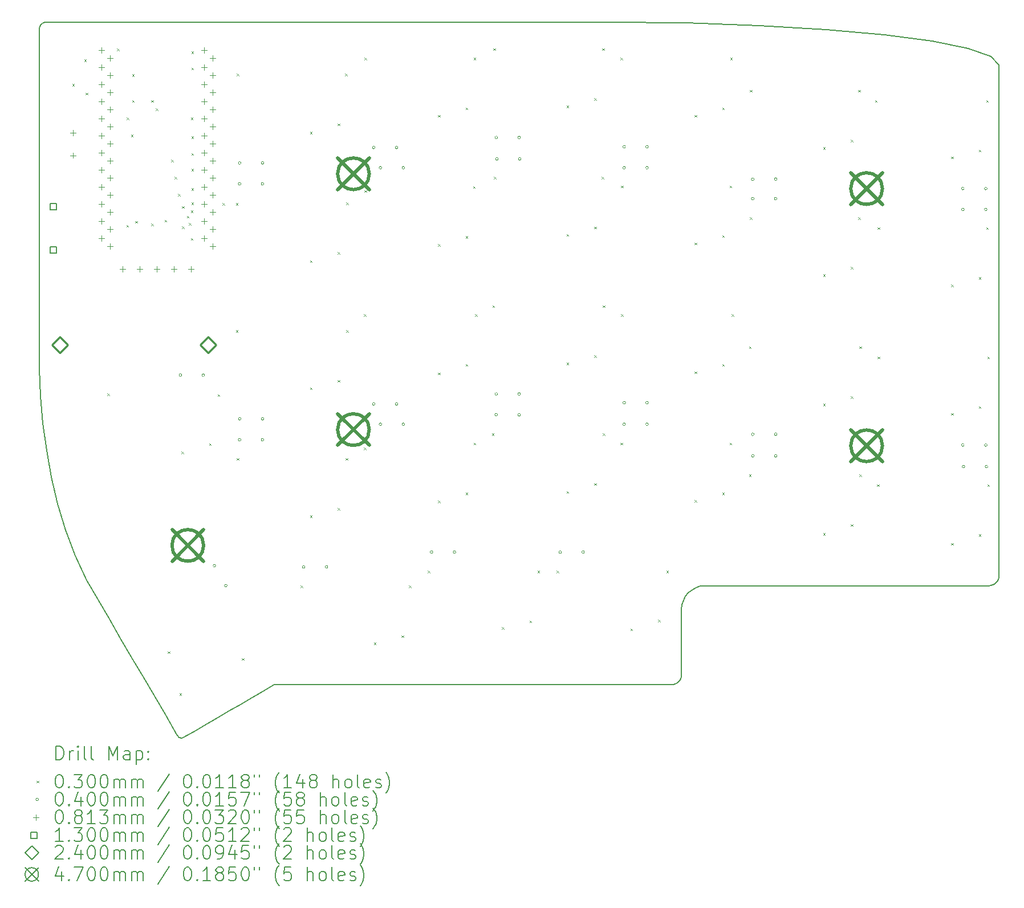
<source format=gbr>
%TF.GenerationSoftware,KiCad,Pcbnew,8.0.5*%
%TF.CreationDate,2024-10-03T23:55:07-04:00*%
%TF.ProjectId,Lily58_Pro,4c696c79-3538-45f5-9072-6f2e6b696361,rev?*%
%TF.SameCoordinates,Original*%
%TF.FileFunction,Drillmap*%
%TF.FilePolarity,Positive*%
%FSLAX45Y45*%
G04 Gerber Fmt 4.5, Leading zero omitted, Abs format (unit mm)*
G04 Created by KiCad (PCBNEW 8.0.5) date 2024-10-03 23:55:07*
%MOMM*%
%LPD*%
G01*
G04 APERTURE LIST*
%ADD10C,0.200000*%
%ADD11C,0.100000*%
%ADD12C,0.130000*%
%ADD13C,0.240000*%
%ADD14C,0.470000*%
G04 APERTURE END LIST*
D10*
X8357930Y-3716921D02*
X8377646Y-3710807D01*
X22088932Y-4096385D02*
X21552570Y-3988516D01*
X17831935Y-12428973D02*
X17831935Y-12550777D01*
X8293753Y-5705756D02*
X8293753Y-5075063D01*
X9439604Y-3708676D02*
X8398821Y-3708676D01*
X13602738Y-3708676D02*
X12561954Y-3708676D01*
X9837134Y-13432002D02*
X10004704Y-13718634D01*
X8686311Y-11253067D02*
X8829176Y-11631807D01*
X13997174Y-13551166D02*
X14734126Y-13551166D01*
X10004704Y-13718634D02*
X10172273Y-14005266D01*
X8293753Y-6967143D02*
X8293753Y-6336449D01*
X17831935Y-13401166D02*
X17828890Y-13431415D01*
X22534222Y-11987389D02*
X22520400Y-12012870D01*
X18045633Y-12106456D02*
X18111352Y-12086078D01*
X21342484Y-12078973D02*
X21869242Y-12078973D01*
X22542955Y-11959223D02*
X22534222Y-11987389D01*
X19762209Y-12078973D02*
X20288967Y-12078973D01*
X22546000Y-11928973D02*
X22542955Y-11959223D01*
X16725088Y-3708676D02*
X15684305Y-3708676D01*
X18708693Y-12078973D02*
X19235451Y-12078973D01*
X20815726Y-12078973D02*
X21342484Y-12078973D01*
X13260222Y-13551166D02*
X13997174Y-13551166D01*
X15684305Y-3708676D02*
X14643521Y-3708676D01*
X22546000Y-6240000D02*
X22546000Y-7188162D01*
X10428886Y-14335728D02*
X10445676Y-14327176D01*
X22546000Y-4343676D02*
X22427847Y-4215619D01*
X8302066Y-3772785D02*
X8311741Y-3754949D01*
X17831935Y-12550777D02*
X17831935Y-12672581D01*
X17891668Y-12233216D02*
X17934388Y-12181427D01*
X9166856Y-12285474D02*
X9334426Y-12572106D01*
X17740350Y-13539388D02*
X17712184Y-13548121D01*
X22546000Y-4343676D02*
X22546000Y-5291838D01*
X17831935Y-13159797D02*
X17831935Y-13281601D01*
X8377646Y-3710807D02*
X8398821Y-3708676D01*
X19235451Y-12078973D02*
X19762209Y-12078973D01*
X19980765Y-3817049D02*
X18991954Y-3758537D01*
X16208030Y-13551166D02*
X16944983Y-13551166D01*
X12561954Y-3708676D02*
X11521171Y-3708676D01*
X9334426Y-12572106D02*
X9501995Y-12858738D01*
X18111352Y-12086078D02*
X18181935Y-12078973D01*
X8324557Y-3739412D02*
X8340094Y-3726596D01*
X20842076Y-3894556D02*
X19980765Y-3817049D01*
X17806335Y-13485062D02*
X17788026Y-13507257D01*
X8313569Y-9261756D02*
X8349030Y-9665766D01*
X17934388Y-12181427D02*
X17986177Y-12138706D01*
X17986177Y-12138706D02*
X18045633Y-12106456D01*
X8295952Y-3792501D02*
X8302066Y-3772785D01*
X10948384Y-14036134D02*
X11115954Y-13939120D01*
X10445676Y-14327176D02*
X10613245Y-14230162D01*
X20288967Y-12078973D02*
X20815726Y-12078973D01*
X8293753Y-7597836D02*
X8293753Y-6967143D01*
X8311741Y-3754949D02*
X8324557Y-3739412D01*
X11521171Y-3708676D02*
X10480388Y-3708676D01*
X11451092Y-13745092D02*
X11618662Y-13648078D01*
X11618662Y-13648078D02*
X11786231Y-13551064D01*
X22454415Y-12067195D02*
X22426249Y-12075929D01*
X11283523Y-13842106D02*
X11451092Y-13745092D01*
X18181935Y-12078973D02*
X18708693Y-12078973D01*
X14643521Y-3708676D02*
X13602738Y-3708676D01*
X8293753Y-6336449D02*
X8293753Y-5705756D01*
X17828890Y-13431415D02*
X17820157Y-13459581D01*
X17765831Y-13525566D02*
X17740350Y-13539388D01*
X17831935Y-12916189D02*
X17831935Y-13037993D01*
X10480388Y-3708676D02*
X9439604Y-3708676D01*
X10613245Y-14230162D02*
X10780815Y-14133148D01*
X10780815Y-14133148D02*
X10948384Y-14036134D01*
X10398125Y-14341397D02*
X10413021Y-14340447D01*
X17831935Y-12794385D02*
X17831935Y-12916189D01*
X8568800Y-10864913D02*
X8686311Y-11253067D01*
X17712184Y-13548121D02*
X17681935Y-13551166D01*
X17898956Y-3721565D02*
X16725088Y-3708676D01*
X8340094Y-3726596D02*
X8357930Y-3716921D01*
X10413021Y-14340447D02*
X10428886Y-14335728D01*
X8829176Y-11631807D02*
X8999333Y-11998954D01*
X8293753Y-5075063D02*
X8293753Y-4444370D01*
X8293778Y-8859232D02*
X8313569Y-9261756D01*
X10339843Y-14291898D02*
X10349184Y-14308815D01*
X15471078Y-13551166D02*
X16208030Y-13551166D01*
X14734126Y-13551166D02*
X15471078Y-13551166D01*
X17859417Y-12292671D02*
X17891668Y-12233216D01*
X17820157Y-13459581D02*
X17806335Y-13485062D01*
X22427847Y-4215619D02*
X22088932Y-4096385D01*
X21869242Y-12078973D02*
X22396000Y-12078973D01*
X9501995Y-12858738D02*
X9669565Y-13145370D01*
X10371433Y-14332253D02*
X10384247Y-14338644D01*
X22479896Y-12053374D02*
X22454415Y-12067195D01*
X17831935Y-13281601D02*
X17831935Y-13401166D01*
X10172273Y-14005266D02*
X10339843Y-14291898D01*
X22546000Y-10980811D02*
X22546000Y-11928973D01*
X8293753Y-4444370D02*
X8293753Y-3813676D01*
X22546000Y-10032649D02*
X22546000Y-10980811D01*
X8402097Y-10069083D02*
X8474708Y-10469525D01*
X22546000Y-9084487D02*
X22546000Y-10032649D01*
X17831935Y-12672581D02*
X17831935Y-12794385D01*
X22520400Y-12012870D02*
X22502091Y-12035065D01*
X17788026Y-13507257D02*
X17765831Y-13525566D01*
X17839039Y-12358391D02*
X17859417Y-12292671D01*
X8293821Y-3813676D02*
X8295952Y-3792501D01*
X10384247Y-14338644D02*
X10398125Y-14341397D01*
X17831935Y-13037993D02*
X17831935Y-13159797D01*
X16944983Y-13551166D02*
X17681935Y-13551166D01*
X21552570Y-3988516D02*
X20842076Y-3894556D01*
X8474708Y-10469525D02*
X8568800Y-10864913D01*
X11786317Y-13551166D02*
X12523269Y-13551166D01*
X22546000Y-5291838D02*
X22546000Y-6240000D01*
X12523269Y-13551166D02*
X13260222Y-13551166D01*
X8293753Y-8228530D02*
X8293753Y-7597836D01*
X22426249Y-12075929D02*
X22396000Y-12078973D01*
X17831935Y-12428973D02*
X17839039Y-12358391D01*
X8999287Y-11998842D02*
X9166856Y-12285474D01*
X22502091Y-12035065D02*
X22479896Y-12053374D01*
X18991954Y-3758537D02*
X17898956Y-3721565D01*
X8293753Y-8859223D02*
X8293753Y-8228530D01*
X11115954Y-13939120D02*
X11283523Y-13842106D01*
X10359730Y-14322288D02*
X10371433Y-14332253D01*
X9669565Y-13145370D02*
X9837134Y-13432002D01*
X22546000Y-7188162D02*
X22546000Y-8136324D01*
X10349184Y-14308815D02*
X10359730Y-14322288D01*
X8349030Y-9665766D02*
X8402097Y-10069083D01*
X22546000Y-8136324D02*
X22546000Y-9084487D01*
D11*
X8785000Y-4627500D02*
X8815000Y-4657500D01*
X8815000Y-4627500D02*
X8785000Y-4657500D01*
X8961700Y-4261700D02*
X8991700Y-4291700D01*
X8991700Y-4261700D02*
X8961700Y-4291700D01*
X8985000Y-4755000D02*
X9015000Y-4785000D01*
X9015000Y-4755000D02*
X8985000Y-4785000D01*
X9305000Y-9225000D02*
X9335000Y-9255000D01*
X9335000Y-9225000D02*
X9305000Y-9255000D01*
X9447500Y-4102500D02*
X9477500Y-4132500D01*
X9477500Y-4102500D02*
X9447500Y-4132500D01*
X9587500Y-6720000D02*
X9617500Y-6750000D01*
X9617500Y-6720000D02*
X9587500Y-6750000D01*
X9595000Y-5124000D02*
X9625000Y-5154000D01*
X9625000Y-5124000D02*
X9595000Y-5154000D01*
X9655000Y-5377500D02*
X9685000Y-5407500D01*
X9685000Y-5377500D02*
X9655000Y-5407500D01*
X9675000Y-4481575D02*
X9705000Y-4511575D01*
X9705000Y-4481575D02*
X9675000Y-4511575D01*
X9675000Y-4865000D02*
X9705000Y-4895000D01*
X9705000Y-4865000D02*
X9675000Y-4895000D01*
X9719623Y-6662123D02*
X9749623Y-6692123D01*
X9749623Y-6662123D02*
X9719623Y-6692123D01*
X9955000Y-4865000D02*
X9985000Y-4895000D01*
X9985000Y-4865000D02*
X9955000Y-4895000D01*
X9955000Y-6697500D02*
X9985000Y-6727500D01*
X9985000Y-6697500D02*
X9955000Y-6727500D01*
X10025000Y-4989575D02*
X10055000Y-5019575D01*
X10055000Y-4989575D02*
X10025000Y-5019575D01*
X10155000Y-6645000D02*
X10185000Y-6675000D01*
X10185000Y-6645000D02*
X10155000Y-6675000D01*
X10205000Y-13055000D02*
X10235000Y-13085000D01*
X10235000Y-13055000D02*
X10205000Y-13085000D01*
X10252500Y-5751574D02*
X10282500Y-5781574D01*
X10282500Y-5751574D02*
X10252500Y-5781574D01*
X10302500Y-6005574D02*
X10332500Y-6035574D01*
X10332500Y-6005574D02*
X10302500Y-6035574D01*
X10355000Y-6259574D02*
X10385000Y-6289574D01*
X10385000Y-6259574D02*
X10355000Y-6289574D01*
X10375000Y-13675000D02*
X10405000Y-13705000D01*
X10405000Y-13675000D02*
X10375000Y-13705000D01*
X10405000Y-10084999D02*
X10435000Y-10114999D01*
X10435000Y-10084999D02*
X10405000Y-10114999D01*
X10415000Y-6442500D02*
X10445000Y-6472500D01*
X10445000Y-6442500D02*
X10415000Y-6472500D01*
X10415000Y-6740000D02*
X10445000Y-6770000D01*
X10445000Y-6740000D02*
X10415000Y-6770000D01*
X10485000Y-6585000D02*
X10515000Y-6615000D01*
X10515000Y-6585000D02*
X10485000Y-6615000D01*
X10517783Y-6692217D02*
X10547783Y-6722217D01*
X10547783Y-6692217D02*
X10517783Y-6722217D01*
X10545000Y-5125000D02*
X10575000Y-5155000D01*
X10575000Y-5125000D02*
X10545000Y-5155000D01*
X10545000Y-6505000D02*
X10575000Y-6535000D01*
X10575000Y-6505000D02*
X10545000Y-6535000D01*
X10547500Y-6917500D02*
X10577500Y-6947500D01*
X10577500Y-6917500D02*
X10547500Y-6947500D01*
X10554999Y-5655000D02*
X10584999Y-5685000D01*
X10584999Y-5655000D02*
X10554999Y-5685000D01*
X10555000Y-4385000D02*
X10585000Y-4415000D01*
X10585000Y-4385000D02*
X10555000Y-4415000D01*
X10555000Y-5885000D02*
X10585000Y-5915000D01*
X10585000Y-5885000D02*
X10555000Y-5915000D01*
X10555000Y-6175000D02*
X10585000Y-6205000D01*
X10585000Y-6175000D02*
X10555000Y-6205000D01*
X10555000Y-6385000D02*
X10585000Y-6415000D01*
X10585000Y-6385000D02*
X10555000Y-6415000D01*
X10555001Y-4145000D02*
X10585001Y-4175000D01*
X10585001Y-4145000D02*
X10555001Y-4175000D01*
X10555002Y-5405000D02*
X10585002Y-5435000D01*
X10585002Y-5405000D02*
X10555002Y-5435000D01*
X10705000Y-11695000D02*
X10735000Y-11725000D01*
X10735000Y-11695000D02*
X10705000Y-11725000D01*
X10815000Y-9965000D02*
X10845000Y-9995000D01*
X10845000Y-9965000D02*
X10815000Y-9995000D01*
X10945000Y-9235001D02*
X10975000Y-9265001D01*
X10975000Y-9235001D02*
X10945000Y-9265001D01*
X11015000Y-6395000D02*
X11045000Y-6425000D01*
X11045000Y-6395000D02*
X11015000Y-6425000D01*
X11215000Y-6395000D02*
X11245000Y-6425000D01*
X11245000Y-6395000D02*
X11215000Y-6425000D01*
X11215000Y-8285000D02*
X11245000Y-8315000D01*
X11245000Y-8285000D02*
X11215000Y-8315000D01*
X11224999Y-4475000D02*
X11254999Y-4505000D01*
X11254999Y-4475000D02*
X11224999Y-4505000D01*
X11225000Y-10184999D02*
X11255000Y-10214999D01*
X11255000Y-10184999D02*
X11225000Y-10214999D01*
X11305000Y-13155000D02*
X11335000Y-13185000D01*
X11335000Y-13155000D02*
X11305000Y-13185000D01*
X12175000Y-12075000D02*
X12205000Y-12105000D01*
X12205000Y-12075000D02*
X12175000Y-12105000D01*
X12314999Y-5335000D02*
X12344999Y-5365000D01*
X12344999Y-5335000D02*
X12314999Y-5365000D01*
X12315000Y-9135001D02*
X12345000Y-9165001D01*
X12345000Y-9135001D02*
X12315000Y-9165001D01*
X12315000Y-11034999D02*
X12345000Y-11064999D01*
X12345000Y-11034999D02*
X12315000Y-11064999D01*
X12315001Y-7245000D02*
X12345001Y-7275000D01*
X12345001Y-7245000D02*
X12315001Y-7275000D01*
X12725000Y-5215000D02*
X12755000Y-5245000D01*
X12755000Y-5215000D02*
X12725000Y-5245000D01*
X12725000Y-7125000D02*
X12755000Y-7155000D01*
X12755000Y-7125000D02*
X12725000Y-7155000D01*
X12725000Y-9025000D02*
X12755000Y-9055000D01*
X12755000Y-9025000D02*
X12725000Y-9055000D01*
X12725000Y-10925000D02*
X12755000Y-10955000D01*
X12755000Y-10925000D02*
X12725000Y-10955000D01*
X12835000Y-4475000D02*
X12865000Y-4505000D01*
X12865000Y-4475000D02*
X12835000Y-4505000D01*
X12845000Y-10185000D02*
X12875000Y-10215000D01*
X12875000Y-10185000D02*
X12845000Y-10215000D01*
X12855000Y-6385000D02*
X12885000Y-6415000D01*
X12885000Y-6385000D02*
X12855000Y-6415000D01*
X12855000Y-8285000D02*
X12885000Y-8315000D01*
X12885000Y-8285000D02*
X12855000Y-8315000D01*
X13115000Y-8045000D02*
X13145000Y-8075000D01*
X13145000Y-8045000D02*
X13115000Y-8075000D01*
X13115000Y-10025000D02*
X13145000Y-10055000D01*
X13145000Y-10025000D02*
X13115000Y-10055000D01*
X13125000Y-4235000D02*
X13155000Y-4265000D01*
X13155000Y-4235000D02*
X13125000Y-4265000D01*
X13125000Y-6205000D02*
X13155000Y-6235000D01*
X13155000Y-6205000D02*
X13125000Y-6235000D01*
X13265001Y-12925000D02*
X13295001Y-12955000D01*
X13295001Y-12925000D02*
X13265001Y-12955000D01*
X13675000Y-12815000D02*
X13705000Y-12845000D01*
X13705000Y-12815000D02*
X13675000Y-12845000D01*
X13785000Y-12075000D02*
X13815000Y-12105000D01*
X13815000Y-12075000D02*
X13785000Y-12105000D01*
X14065000Y-11855000D02*
X14095000Y-11885000D01*
X14095000Y-11855000D02*
X14065000Y-11885000D01*
X14214999Y-8915000D02*
X14244999Y-8945000D01*
X14244999Y-8915000D02*
X14214999Y-8945000D01*
X14215000Y-5084999D02*
X14245000Y-5114999D01*
X14245000Y-5084999D02*
X14215000Y-5114999D01*
X14215000Y-10815001D02*
X14245000Y-10845001D01*
X14245000Y-10815001D02*
X14215000Y-10845001D01*
X14215001Y-7005000D02*
X14245001Y-7035000D01*
X14245001Y-7005000D02*
X14215001Y-7035000D01*
X14625000Y-4975000D02*
X14655000Y-5005000D01*
X14655000Y-4975000D02*
X14625000Y-5005000D01*
X14625000Y-6885000D02*
X14655000Y-6915000D01*
X14655000Y-6885000D02*
X14625000Y-6915000D01*
X14625000Y-8785000D02*
X14655000Y-8815000D01*
X14655000Y-8785000D02*
X14625000Y-8815000D01*
X14625000Y-10695000D02*
X14655000Y-10725000D01*
X14655000Y-10695000D02*
X14625000Y-10725000D01*
X14735000Y-6145000D02*
X14765000Y-6175000D01*
X14765000Y-6145000D02*
X14735000Y-6175000D01*
X14745000Y-4235000D02*
X14775000Y-4265000D01*
X14775000Y-4235000D02*
X14745000Y-4265000D01*
X14745000Y-9955000D02*
X14775000Y-9985000D01*
X14775000Y-9955000D02*
X14745000Y-9985000D01*
X14765000Y-8045000D02*
X14795000Y-8075000D01*
X14795000Y-8045000D02*
X14765000Y-8075000D01*
X15015000Y-9815000D02*
X15045000Y-9845000D01*
X15045000Y-9815000D02*
X15015000Y-9845000D01*
X15025000Y-7915000D02*
X15055000Y-7945000D01*
X15055000Y-7915000D02*
X15025000Y-7945000D01*
X15035000Y-4095000D02*
X15065000Y-4125000D01*
X15065000Y-4095000D02*
X15035000Y-4125000D01*
X15045000Y-6005000D02*
X15075000Y-6035000D01*
X15075000Y-6005000D02*
X15045000Y-6035000D01*
X15165000Y-12695000D02*
X15195000Y-12725000D01*
X15195000Y-12695000D02*
X15165000Y-12725000D01*
X15575000Y-12595000D02*
X15605000Y-12625000D01*
X15605000Y-12595000D02*
X15575000Y-12625000D01*
X15695000Y-11855000D02*
X15725000Y-11885000D01*
X15725000Y-11855000D02*
X15695000Y-11885000D01*
X15975000Y-11855000D02*
X16005000Y-11885000D01*
X16005000Y-11855000D02*
X15975000Y-11885000D01*
X16124999Y-6855000D02*
X16154999Y-6885000D01*
X16154999Y-6855000D02*
X16124999Y-6885000D01*
X16125000Y-4945000D02*
X16155000Y-4975000D01*
X16155000Y-4945000D02*
X16125000Y-4975000D01*
X16125000Y-8764999D02*
X16155000Y-8794999D01*
X16155000Y-8764999D02*
X16125000Y-8794999D01*
X16125000Y-10675000D02*
X16155000Y-10705000D01*
X16155000Y-10675000D02*
X16125000Y-10705000D01*
X16535000Y-4835000D02*
X16565000Y-4865000D01*
X16565000Y-4835000D02*
X16535000Y-4865000D01*
X16535000Y-6745000D02*
X16565000Y-6775000D01*
X16565000Y-6745000D02*
X16535000Y-6775000D01*
X16535000Y-8655000D02*
X16565000Y-8685000D01*
X16565000Y-8655000D02*
X16535000Y-8685000D01*
X16535000Y-10555000D02*
X16565000Y-10585000D01*
X16565000Y-10555000D02*
X16535000Y-10585000D01*
X16645000Y-6005000D02*
X16675000Y-6035000D01*
X16675000Y-6005000D02*
X16645000Y-6035000D01*
X16655000Y-4095000D02*
X16685000Y-4125000D01*
X16685000Y-4095000D02*
X16655000Y-4125000D01*
X16665000Y-7915000D02*
X16695000Y-7945000D01*
X16695000Y-7915000D02*
X16665000Y-7945000D01*
X16665000Y-9815000D02*
X16695000Y-9845000D01*
X16695000Y-9815000D02*
X16665000Y-9845000D01*
X16925000Y-4235000D02*
X16955000Y-4265000D01*
X16955000Y-4235000D02*
X16925000Y-4265000D01*
X16925000Y-9955000D02*
X16955000Y-9985000D01*
X16955000Y-9955000D02*
X16925000Y-9985000D01*
X16935000Y-6135000D02*
X16965000Y-6165000D01*
X16965000Y-6135000D02*
X16935000Y-6165000D01*
X16935000Y-8045000D02*
X16965000Y-8075000D01*
X16965000Y-8045000D02*
X16935000Y-8075000D01*
X17075001Y-12715000D02*
X17105001Y-12745000D01*
X17105001Y-12715000D02*
X17075001Y-12745000D01*
X17485000Y-12585000D02*
X17515000Y-12615000D01*
X17515000Y-12585000D02*
X17485000Y-12615000D01*
X17605000Y-11855000D02*
X17635000Y-11885000D01*
X17635000Y-11855000D02*
X17605000Y-11885000D01*
X18024999Y-10805000D02*
X18054999Y-10835000D01*
X18054999Y-10805000D02*
X18024999Y-10835000D01*
X18025000Y-5085000D02*
X18055000Y-5115000D01*
X18055000Y-5085000D02*
X18025000Y-5115000D01*
X18025000Y-6985001D02*
X18055000Y-7015001D01*
X18055000Y-6985001D02*
X18025000Y-7015001D01*
X18025000Y-8895000D02*
X18055000Y-8925000D01*
X18055000Y-8895000D02*
X18025000Y-8925000D01*
X18435000Y-4975000D02*
X18465000Y-5005000D01*
X18465000Y-4975000D02*
X18435000Y-5005000D01*
X18435000Y-6875000D02*
X18465000Y-6905000D01*
X18465000Y-6875000D02*
X18435000Y-6905000D01*
X18435000Y-8785000D02*
X18465000Y-8815000D01*
X18465000Y-8785000D02*
X18435000Y-8815000D01*
X18435000Y-10695000D02*
X18465000Y-10725000D01*
X18465000Y-10695000D02*
X18435000Y-10725000D01*
X18545000Y-6135000D02*
X18575000Y-6165000D01*
X18575000Y-6135000D02*
X18545000Y-6165000D01*
X18545000Y-9955000D02*
X18575000Y-9985000D01*
X18575000Y-9955000D02*
X18545000Y-9985000D01*
X18555000Y-4235000D02*
X18585000Y-4265000D01*
X18585000Y-4235000D02*
X18555000Y-4265000D01*
X18575000Y-8045000D02*
X18605000Y-8075000D01*
X18605000Y-8045000D02*
X18575000Y-8075000D01*
X18835000Y-8525000D02*
X18865000Y-8555000D01*
X18865000Y-8525000D02*
X18835000Y-8555000D01*
X18835000Y-10425000D02*
X18865000Y-10455000D01*
X18865000Y-10425000D02*
X18835000Y-10455000D01*
X18845000Y-4715000D02*
X18875000Y-4745000D01*
X18875000Y-4715000D02*
X18845000Y-4745000D01*
X18845000Y-6605000D02*
X18875000Y-6635000D01*
X18875000Y-6605000D02*
X18845000Y-6635000D01*
X19934999Y-5565000D02*
X19964999Y-5595000D01*
X19964999Y-5565000D02*
X19934999Y-5595000D01*
X19935000Y-9375000D02*
X19965000Y-9405000D01*
X19965000Y-9375000D02*
X19935000Y-9405000D01*
X19935000Y-7455000D02*
X19965000Y-7485000D01*
X19965000Y-7455000D02*
X19935000Y-7485000D01*
X19935001Y-11295000D02*
X19965001Y-11325000D01*
X19965001Y-11295000D02*
X19935001Y-11325000D01*
X20345000Y-5455000D02*
X20375000Y-5485000D01*
X20375000Y-5455000D02*
X20345000Y-5485000D01*
X20345000Y-7345000D02*
X20375000Y-7375000D01*
X20375000Y-7345000D02*
X20345000Y-7375000D01*
X20345000Y-9265000D02*
X20375000Y-9295000D01*
X20375000Y-9265000D02*
X20345000Y-9295000D01*
X20345000Y-11165000D02*
X20375000Y-11195000D01*
X20375000Y-11165000D02*
X20345000Y-11195000D01*
X20455000Y-4715000D02*
X20485000Y-4745000D01*
X20485000Y-4715000D02*
X20455000Y-4745000D01*
X20455000Y-6605000D02*
X20485000Y-6635000D01*
X20485000Y-6605000D02*
X20455000Y-6635000D01*
X20475000Y-8525000D02*
X20505000Y-8555000D01*
X20505000Y-8525000D02*
X20475000Y-8555000D01*
X20475000Y-10425000D02*
X20505000Y-10455000D01*
X20505000Y-10425000D02*
X20475000Y-10455000D01*
X20705000Y-4865000D02*
X20735000Y-4895000D01*
X20735000Y-4865000D02*
X20705000Y-4895000D01*
X20735000Y-10575000D02*
X20765000Y-10605000D01*
X20765000Y-10575000D02*
X20735000Y-10605000D01*
X20745000Y-6755000D02*
X20775000Y-6785000D01*
X20775000Y-6755000D02*
X20745000Y-6785000D01*
X20745001Y-8675000D02*
X20775001Y-8705000D01*
X20775001Y-8675000D02*
X20745001Y-8705000D01*
X21835000Y-5704999D02*
X21865000Y-5734999D01*
X21865000Y-5704999D02*
X21835000Y-5734999D01*
X21835000Y-7605000D02*
X21865000Y-7635000D01*
X21865000Y-7605000D02*
X21835000Y-7635000D01*
X21835000Y-9515000D02*
X21865000Y-9545000D01*
X21865000Y-9515000D02*
X21835000Y-9545000D01*
X21835000Y-11444999D02*
X21865000Y-11474999D01*
X21865000Y-11444999D02*
X21835000Y-11474999D01*
X22245000Y-5605000D02*
X22275000Y-5635000D01*
X22275000Y-5605000D02*
X22245000Y-5635000D01*
X22245000Y-7495000D02*
X22275000Y-7525000D01*
X22275000Y-7495000D02*
X22245000Y-7525000D01*
X22245000Y-9415000D02*
X22275000Y-9445000D01*
X22275000Y-9415000D02*
X22245000Y-9445000D01*
X22245000Y-11315000D02*
X22275000Y-11345000D01*
X22275000Y-11315000D02*
X22245000Y-11345000D01*
X22355000Y-4865000D02*
X22385000Y-4895000D01*
X22385000Y-4865000D02*
X22355000Y-4895000D01*
X22355000Y-6755000D02*
X22385000Y-6785000D01*
X22385000Y-6755000D02*
X22355000Y-6785000D01*
X22375000Y-8675000D02*
X22405000Y-8705000D01*
X22405000Y-8675000D02*
X22375000Y-8705000D01*
X22375000Y-10575000D02*
X22405000Y-10605000D01*
X22405000Y-10575000D02*
X22375000Y-10605000D01*
X10410000Y-8950000D02*
G75*
G02*
X10370000Y-8950000I-20000J0D01*
G01*
X10370000Y-8950000D02*
G75*
G02*
X10410000Y-8950000I20000J0D01*
G01*
X10750000Y-8950000D02*
G75*
G02*
X10710000Y-8950000I-20000J0D01*
G01*
X10710000Y-8950000D02*
G75*
G02*
X10750000Y-8950000I20000J0D01*
G01*
X10915000Y-11782776D02*
G75*
G02*
X10875000Y-11782776I-20000J0D01*
G01*
X10875000Y-11782776D02*
G75*
G02*
X10915000Y-11782776I20000J0D01*
G01*
X11085000Y-12077224D02*
G75*
G02*
X11045000Y-12077224I-20000J0D01*
G01*
X11045000Y-12077224D02*
G75*
G02*
X11085000Y-12077224I20000J0D01*
G01*
X11290000Y-5800000D02*
G75*
G02*
X11250000Y-5800000I-20000J0D01*
G01*
X11250000Y-5800000D02*
G75*
G02*
X11290000Y-5800000I20000J0D01*
G01*
X11290000Y-6110000D02*
G75*
G02*
X11250000Y-6110000I-20000J0D01*
G01*
X11250000Y-6110000D02*
G75*
G02*
X11290000Y-6110000I20000J0D01*
G01*
X11290000Y-9600000D02*
G75*
G02*
X11250000Y-9600000I-20000J0D01*
G01*
X11250000Y-9600000D02*
G75*
G02*
X11290000Y-9600000I20000J0D01*
G01*
X11290000Y-9910000D02*
G75*
G02*
X11250000Y-9910000I-20000J0D01*
G01*
X11250000Y-9910000D02*
G75*
G02*
X11290000Y-9910000I20000J0D01*
G01*
X11630000Y-5800000D02*
G75*
G02*
X11590000Y-5800000I-20000J0D01*
G01*
X11590000Y-5800000D02*
G75*
G02*
X11630000Y-5800000I20000J0D01*
G01*
X11630000Y-6110000D02*
G75*
G02*
X11590000Y-6110000I-20000J0D01*
G01*
X11590000Y-6110000D02*
G75*
G02*
X11630000Y-6110000I20000J0D01*
G01*
X11630000Y-9600000D02*
G75*
G02*
X11590000Y-9600000I-20000J0D01*
G01*
X11590000Y-9600000D02*
G75*
G02*
X11630000Y-9600000I20000J0D01*
G01*
X11630000Y-9910000D02*
G75*
G02*
X11590000Y-9910000I-20000J0D01*
G01*
X11590000Y-9910000D02*
G75*
G02*
X11630000Y-9910000I20000J0D01*
G01*
X12240000Y-11800000D02*
G75*
G02*
X12200000Y-11800000I-20000J0D01*
G01*
X12200000Y-11800000D02*
G75*
G02*
X12240000Y-11800000I20000J0D01*
G01*
X12580000Y-11800000D02*
G75*
G02*
X12540000Y-11800000I-20000J0D01*
G01*
X12540000Y-11800000D02*
G75*
G02*
X12580000Y-11800000I20000J0D01*
G01*
X13280000Y-5570000D02*
G75*
G02*
X13240000Y-5570000I-20000J0D01*
G01*
X13240000Y-5570000D02*
G75*
G02*
X13280000Y-5570000I20000J0D01*
G01*
X13280000Y-9380000D02*
G75*
G02*
X13240000Y-9380000I-20000J0D01*
G01*
X13240000Y-9380000D02*
G75*
G02*
X13280000Y-9380000I20000J0D01*
G01*
X13380000Y-5870000D02*
G75*
G02*
X13340000Y-5870000I-20000J0D01*
G01*
X13340000Y-5870000D02*
G75*
G02*
X13380000Y-5870000I20000J0D01*
G01*
X13380000Y-9680000D02*
G75*
G02*
X13340000Y-9680000I-20000J0D01*
G01*
X13340000Y-9680000D02*
G75*
G02*
X13380000Y-9680000I20000J0D01*
G01*
X13620000Y-5570000D02*
G75*
G02*
X13580000Y-5570000I-20000J0D01*
G01*
X13580000Y-5570000D02*
G75*
G02*
X13620000Y-5570000I20000J0D01*
G01*
X13620000Y-9380000D02*
G75*
G02*
X13580000Y-9380000I-20000J0D01*
G01*
X13580000Y-9380000D02*
G75*
G02*
X13620000Y-9380000I20000J0D01*
G01*
X13720000Y-5870000D02*
G75*
G02*
X13680000Y-5870000I-20000J0D01*
G01*
X13680000Y-5870000D02*
G75*
G02*
X13720000Y-5870000I20000J0D01*
G01*
X13720000Y-9680000D02*
G75*
G02*
X13680000Y-9680000I-20000J0D01*
G01*
X13680000Y-9680000D02*
G75*
G02*
X13720000Y-9680000I20000J0D01*
G01*
X14140000Y-11580000D02*
G75*
G02*
X14100000Y-11580000I-20000J0D01*
G01*
X14100000Y-11580000D02*
G75*
G02*
X14140000Y-11580000I20000J0D01*
G01*
X14480000Y-11580000D02*
G75*
G02*
X14440000Y-11580000I-20000J0D01*
G01*
X14440000Y-11580000D02*
G75*
G02*
X14480000Y-11580000I20000J0D01*
G01*
X15100000Y-5420000D02*
G75*
G02*
X15060000Y-5420000I-20000J0D01*
G01*
X15060000Y-5420000D02*
G75*
G02*
X15100000Y-5420000I20000J0D01*
G01*
X15100000Y-9230000D02*
G75*
G02*
X15060000Y-9230000I-20000J0D01*
G01*
X15060000Y-9230000D02*
G75*
G02*
X15100000Y-9230000I20000J0D01*
G01*
X15100000Y-9540000D02*
G75*
G02*
X15060000Y-9540000I-20000J0D01*
G01*
X15060000Y-9540000D02*
G75*
G02*
X15100000Y-9540000I20000J0D01*
G01*
X15110000Y-5740000D02*
G75*
G02*
X15070000Y-5740000I-20000J0D01*
G01*
X15070000Y-5740000D02*
G75*
G02*
X15110000Y-5740000I20000J0D01*
G01*
X15440000Y-5420000D02*
G75*
G02*
X15400000Y-5420000I-20000J0D01*
G01*
X15400000Y-5420000D02*
G75*
G02*
X15440000Y-5420000I20000J0D01*
G01*
X15440000Y-9230000D02*
G75*
G02*
X15400000Y-9230000I-20000J0D01*
G01*
X15400000Y-9230000D02*
G75*
G02*
X15440000Y-9230000I20000J0D01*
G01*
X15440000Y-9540000D02*
G75*
G02*
X15400000Y-9540000I-20000J0D01*
G01*
X15400000Y-9540000D02*
G75*
G02*
X15440000Y-9540000I20000J0D01*
G01*
X15450000Y-5740000D02*
G75*
G02*
X15410000Y-5740000I-20000J0D01*
G01*
X15410000Y-5740000D02*
G75*
G02*
X15450000Y-5740000I20000J0D01*
G01*
X16050000Y-11580000D02*
G75*
G02*
X16010000Y-11580000I-20000J0D01*
G01*
X16010000Y-11580000D02*
G75*
G02*
X16050000Y-11580000I20000J0D01*
G01*
X16390000Y-11580000D02*
G75*
G02*
X16350000Y-11580000I-20000J0D01*
G01*
X16350000Y-11580000D02*
G75*
G02*
X16390000Y-11580000I20000J0D01*
G01*
X17000000Y-5560000D02*
G75*
G02*
X16960000Y-5560000I-20000J0D01*
G01*
X16960000Y-5560000D02*
G75*
G02*
X17000000Y-5560000I20000J0D01*
G01*
X17000000Y-5870000D02*
G75*
G02*
X16960000Y-5870000I-20000J0D01*
G01*
X16960000Y-5870000D02*
G75*
G02*
X17000000Y-5870000I20000J0D01*
G01*
X17000000Y-9360000D02*
G75*
G02*
X16960000Y-9360000I-20000J0D01*
G01*
X16960000Y-9360000D02*
G75*
G02*
X17000000Y-9360000I20000J0D01*
G01*
X17000000Y-9680000D02*
G75*
G02*
X16960000Y-9680000I-20000J0D01*
G01*
X16960000Y-9680000D02*
G75*
G02*
X17000000Y-9680000I20000J0D01*
G01*
X17340000Y-5560000D02*
G75*
G02*
X17300000Y-5560000I-20000J0D01*
G01*
X17300000Y-5560000D02*
G75*
G02*
X17340000Y-5560000I20000J0D01*
G01*
X17340000Y-5870000D02*
G75*
G02*
X17300000Y-5870000I-20000J0D01*
G01*
X17300000Y-5870000D02*
G75*
G02*
X17340000Y-5870000I20000J0D01*
G01*
X17340000Y-9360000D02*
G75*
G02*
X17300000Y-9360000I-20000J0D01*
G01*
X17300000Y-9360000D02*
G75*
G02*
X17340000Y-9360000I20000J0D01*
G01*
X17340000Y-9680000D02*
G75*
G02*
X17300000Y-9680000I-20000J0D01*
G01*
X17300000Y-9680000D02*
G75*
G02*
X17340000Y-9680000I20000J0D01*
G01*
X18910000Y-6040000D02*
G75*
G02*
X18870000Y-6040000I-20000J0D01*
G01*
X18870000Y-6040000D02*
G75*
G02*
X18910000Y-6040000I20000J0D01*
G01*
X18910000Y-6330000D02*
G75*
G02*
X18870000Y-6330000I-20000J0D01*
G01*
X18870000Y-6330000D02*
G75*
G02*
X18910000Y-6330000I20000J0D01*
G01*
X18910000Y-9830000D02*
G75*
G02*
X18870000Y-9830000I-20000J0D01*
G01*
X18870000Y-9830000D02*
G75*
G02*
X18910000Y-9830000I20000J0D01*
G01*
X18910000Y-10150000D02*
G75*
G02*
X18870000Y-10150000I-20000J0D01*
G01*
X18870000Y-10150000D02*
G75*
G02*
X18910000Y-10150000I20000J0D01*
G01*
X19250000Y-6040000D02*
G75*
G02*
X19210000Y-6040000I-20000J0D01*
G01*
X19210000Y-6040000D02*
G75*
G02*
X19250000Y-6040000I20000J0D01*
G01*
X19250000Y-6330000D02*
G75*
G02*
X19210000Y-6330000I-20000J0D01*
G01*
X19210000Y-6330000D02*
G75*
G02*
X19250000Y-6330000I20000J0D01*
G01*
X19250000Y-9830000D02*
G75*
G02*
X19210000Y-9830000I-20000J0D01*
G01*
X19210000Y-9830000D02*
G75*
G02*
X19250000Y-9830000I20000J0D01*
G01*
X19250000Y-10150000D02*
G75*
G02*
X19210000Y-10150000I-20000J0D01*
G01*
X19210000Y-10150000D02*
G75*
G02*
X19250000Y-10150000I20000J0D01*
G01*
X22030000Y-6180000D02*
G75*
G02*
X21990000Y-6180000I-20000J0D01*
G01*
X21990000Y-6180000D02*
G75*
G02*
X22030000Y-6180000I20000J0D01*
G01*
X22030000Y-6490000D02*
G75*
G02*
X21990000Y-6490000I-20000J0D01*
G01*
X21990000Y-6490000D02*
G75*
G02*
X22030000Y-6490000I20000J0D01*
G01*
X22030000Y-9990000D02*
G75*
G02*
X21990000Y-9990000I-20000J0D01*
G01*
X21990000Y-9990000D02*
G75*
G02*
X22030000Y-9990000I20000J0D01*
G01*
X22040000Y-10310000D02*
G75*
G02*
X22000000Y-10310000I-20000J0D01*
G01*
X22000000Y-10310000D02*
G75*
G02*
X22040000Y-10310000I20000J0D01*
G01*
X22370000Y-6180000D02*
G75*
G02*
X22330000Y-6180000I-20000J0D01*
G01*
X22330000Y-6180000D02*
G75*
G02*
X22370000Y-6180000I20000J0D01*
G01*
X22370000Y-6490000D02*
G75*
G02*
X22330000Y-6490000I-20000J0D01*
G01*
X22330000Y-6490000D02*
G75*
G02*
X22370000Y-6490000I20000J0D01*
G01*
X22370000Y-9990000D02*
G75*
G02*
X22330000Y-9990000I-20000J0D01*
G01*
X22330000Y-9990000D02*
G75*
G02*
X22370000Y-9990000I20000J0D01*
G01*
X22380000Y-10310000D02*
G75*
G02*
X22340000Y-10310000I-20000J0D01*
G01*
X22340000Y-10310000D02*
G75*
G02*
X22380000Y-10310000I20000J0D01*
G01*
X8797500Y-5311860D02*
X8797500Y-5393140D01*
X8756860Y-5352500D02*
X8838140Y-5352500D01*
X8797500Y-5646860D02*
X8797500Y-5728140D01*
X8756860Y-5687500D02*
X8838140Y-5687500D01*
X9218000Y-4082360D02*
X9218000Y-4163640D01*
X9177360Y-4123000D02*
X9258640Y-4123000D01*
X9218000Y-4336360D02*
X9218000Y-4417640D01*
X9177360Y-4377000D02*
X9258640Y-4377000D01*
X9218000Y-4590360D02*
X9218000Y-4671640D01*
X9177360Y-4631000D02*
X9258640Y-4631000D01*
X9218000Y-4844360D02*
X9218000Y-4925640D01*
X9177360Y-4885000D02*
X9258640Y-4885000D01*
X9218000Y-5098360D02*
X9218000Y-5179640D01*
X9177360Y-5139000D02*
X9258640Y-5139000D01*
X9218000Y-5352360D02*
X9218000Y-5433640D01*
X9177360Y-5393000D02*
X9258640Y-5393000D01*
X9218000Y-5606360D02*
X9218000Y-5687640D01*
X9177360Y-5647000D02*
X9258640Y-5647000D01*
X9218000Y-5860360D02*
X9218000Y-5941640D01*
X9177360Y-5901000D02*
X9258640Y-5901000D01*
X9218000Y-6114360D02*
X9218000Y-6195640D01*
X9177360Y-6155000D02*
X9258640Y-6155000D01*
X9218000Y-6368360D02*
X9218000Y-6449640D01*
X9177360Y-6409000D02*
X9258640Y-6409000D01*
X9218000Y-6622360D02*
X9218000Y-6703640D01*
X9177360Y-6663000D02*
X9258640Y-6663000D01*
X9218000Y-6876360D02*
X9218000Y-6957640D01*
X9177360Y-6917000D02*
X9258640Y-6917000D01*
X9347882Y-4201935D02*
X9347882Y-4283215D01*
X9307242Y-4242575D02*
X9388522Y-4242575D01*
X9347882Y-4455935D02*
X9347882Y-4537215D01*
X9307242Y-4496575D02*
X9388522Y-4496575D01*
X9347882Y-4709935D02*
X9347882Y-4791215D01*
X9307242Y-4750575D02*
X9388522Y-4750575D01*
X9347882Y-4963935D02*
X9347882Y-5045215D01*
X9307242Y-5004575D02*
X9388522Y-5004575D01*
X9347882Y-5217935D02*
X9347882Y-5299215D01*
X9307242Y-5258575D02*
X9388522Y-5258575D01*
X9347882Y-5471935D02*
X9347882Y-5553215D01*
X9307242Y-5512575D02*
X9388522Y-5512575D01*
X9347882Y-5725934D02*
X9347882Y-5807214D01*
X9307242Y-5766574D02*
X9388522Y-5766574D01*
X9347882Y-5979934D02*
X9347882Y-6061214D01*
X9307242Y-6020574D02*
X9388522Y-6020574D01*
X9347882Y-6233934D02*
X9347882Y-6315214D01*
X9307242Y-6274574D02*
X9388522Y-6274574D01*
X9347882Y-6487934D02*
X9347882Y-6569214D01*
X9307242Y-6528574D02*
X9388522Y-6528574D01*
X9347882Y-6741934D02*
X9347882Y-6823214D01*
X9307242Y-6782574D02*
X9388522Y-6782574D01*
X9347882Y-6995934D02*
X9347882Y-7077214D01*
X9307242Y-7036574D02*
X9388522Y-7036574D01*
X9532500Y-7336860D02*
X9532500Y-7418140D01*
X9491860Y-7377500D02*
X9573140Y-7377500D01*
X9786500Y-7336860D02*
X9786500Y-7418140D01*
X9745860Y-7377500D02*
X9827140Y-7377500D01*
X10040500Y-7336860D02*
X10040500Y-7418140D01*
X9999860Y-7377500D02*
X10081140Y-7377500D01*
X10294500Y-7336860D02*
X10294500Y-7418140D01*
X10253860Y-7377500D02*
X10335140Y-7377500D01*
X10548500Y-7336860D02*
X10548500Y-7418140D01*
X10507860Y-7377500D02*
X10589140Y-7377500D01*
X10742000Y-4082360D02*
X10742000Y-4163640D01*
X10701360Y-4123000D02*
X10782640Y-4123000D01*
X10742000Y-4336360D02*
X10742000Y-4417640D01*
X10701360Y-4377000D02*
X10782640Y-4377000D01*
X10742000Y-4590360D02*
X10742000Y-4671640D01*
X10701360Y-4631000D02*
X10782640Y-4631000D01*
X10742000Y-4844360D02*
X10742000Y-4925640D01*
X10701360Y-4885000D02*
X10782640Y-4885000D01*
X10742000Y-5098360D02*
X10742000Y-5179640D01*
X10701360Y-5139000D02*
X10782640Y-5139000D01*
X10742000Y-5352360D02*
X10742000Y-5433640D01*
X10701360Y-5393000D02*
X10782640Y-5393000D01*
X10742000Y-5606360D02*
X10742000Y-5687640D01*
X10701360Y-5647000D02*
X10782640Y-5647000D01*
X10742000Y-5860360D02*
X10742000Y-5941640D01*
X10701360Y-5901000D02*
X10782640Y-5901000D01*
X10742000Y-6114360D02*
X10742000Y-6195640D01*
X10701360Y-6155000D02*
X10782640Y-6155000D01*
X10742000Y-6368360D02*
X10742000Y-6449640D01*
X10701360Y-6409000D02*
X10782640Y-6409000D01*
X10742000Y-6622360D02*
X10742000Y-6703640D01*
X10701360Y-6663000D02*
X10782640Y-6663000D01*
X10742000Y-6876360D02*
X10742000Y-6957640D01*
X10701360Y-6917000D02*
X10782640Y-6917000D01*
X10871882Y-4201935D02*
X10871882Y-4283215D01*
X10831242Y-4242575D02*
X10912522Y-4242575D01*
X10871882Y-4455935D02*
X10871882Y-4537215D01*
X10831242Y-4496575D02*
X10912522Y-4496575D01*
X10871882Y-4709935D02*
X10871882Y-4791215D01*
X10831242Y-4750575D02*
X10912522Y-4750575D01*
X10871882Y-4963935D02*
X10871882Y-5045215D01*
X10831242Y-5004575D02*
X10912522Y-5004575D01*
X10871882Y-5217935D02*
X10871882Y-5299215D01*
X10831242Y-5258575D02*
X10912522Y-5258575D01*
X10871882Y-5471935D02*
X10871882Y-5553215D01*
X10831242Y-5512575D02*
X10912522Y-5512575D01*
X10871882Y-5725934D02*
X10871882Y-5807214D01*
X10831242Y-5766574D02*
X10912522Y-5766574D01*
X10871882Y-5979934D02*
X10871882Y-6061214D01*
X10831242Y-6020574D02*
X10912522Y-6020574D01*
X10871882Y-6233934D02*
X10871882Y-6315214D01*
X10831242Y-6274574D02*
X10912522Y-6274574D01*
X10871882Y-6487934D02*
X10871882Y-6569214D01*
X10831242Y-6528574D02*
X10912522Y-6528574D01*
X10871882Y-6741934D02*
X10871882Y-6823214D01*
X10831242Y-6782574D02*
X10912522Y-6782574D01*
X10871882Y-6995934D02*
X10871882Y-7077214D01*
X10831242Y-7036574D02*
X10912522Y-7036574D01*
D12*
X8545962Y-6490962D02*
X8545962Y-6399038D01*
X8454038Y-6399038D01*
X8454038Y-6490962D01*
X8545962Y-6490962D01*
X8545962Y-7140962D02*
X8545962Y-7049038D01*
X8454038Y-7049038D01*
X8454038Y-7140962D01*
X8545962Y-7140962D01*
D13*
X8600000Y-8620000D02*
X8720000Y-8500000D01*
X8600000Y-8380000D01*
X8480000Y-8500000D01*
X8600000Y-8620000D01*
X10800000Y-8620000D02*
X10920000Y-8500000D01*
X10800000Y-8380000D01*
X10680000Y-8500000D01*
X10800000Y-8620000D01*
D14*
X10265000Y-11245000D02*
X10735000Y-11715000D01*
X10735000Y-11245000D02*
X10265000Y-11715000D01*
X10735000Y-11480000D02*
G75*
G02*
X10265000Y-11480000I-235000J0D01*
G01*
X10265000Y-11480000D02*
G75*
G02*
X10735000Y-11480000I235000J0D01*
G01*
X12725000Y-5725000D02*
X13195000Y-6195000D01*
X13195000Y-5725000D02*
X12725000Y-6195000D01*
X13195000Y-5960000D02*
G75*
G02*
X12725000Y-5960000I-235000J0D01*
G01*
X12725000Y-5960000D02*
G75*
G02*
X13195000Y-5960000I235000J0D01*
G01*
X12725000Y-9525000D02*
X13195000Y-9995000D01*
X13195000Y-9525000D02*
X12725000Y-9995000D01*
X13195000Y-9760000D02*
G75*
G02*
X12725000Y-9760000I-235000J0D01*
G01*
X12725000Y-9760000D02*
G75*
G02*
X13195000Y-9760000I235000J0D01*
G01*
X20345000Y-5945000D02*
X20815000Y-6415000D01*
X20815000Y-5945000D02*
X20345000Y-6415000D01*
X20815000Y-6180000D02*
G75*
G02*
X20345000Y-6180000I-235000J0D01*
G01*
X20345000Y-6180000D02*
G75*
G02*
X20815000Y-6180000I235000J0D01*
G01*
X20345000Y-9765000D02*
X20815000Y-10235000D01*
X20815000Y-9765000D02*
X20345000Y-10235000D01*
X20815000Y-10000000D02*
G75*
G02*
X20345000Y-10000000I-235000J0D01*
G01*
X20345000Y-10000000D02*
G75*
G02*
X20815000Y-10000000I235000J0D01*
G01*
D10*
X8544530Y-14662881D02*
X8544530Y-14462881D01*
X8544530Y-14462881D02*
X8592149Y-14462881D01*
X8592149Y-14462881D02*
X8620720Y-14472405D01*
X8620720Y-14472405D02*
X8639768Y-14491453D01*
X8639768Y-14491453D02*
X8649292Y-14510500D01*
X8649292Y-14510500D02*
X8658815Y-14548595D01*
X8658815Y-14548595D02*
X8658815Y-14577167D01*
X8658815Y-14577167D02*
X8649292Y-14615262D01*
X8649292Y-14615262D02*
X8639768Y-14634310D01*
X8639768Y-14634310D02*
X8620720Y-14653357D01*
X8620720Y-14653357D02*
X8592149Y-14662881D01*
X8592149Y-14662881D02*
X8544530Y-14662881D01*
X8744530Y-14662881D02*
X8744530Y-14529548D01*
X8744530Y-14567643D02*
X8754053Y-14548595D01*
X8754053Y-14548595D02*
X8763577Y-14539072D01*
X8763577Y-14539072D02*
X8782625Y-14529548D01*
X8782625Y-14529548D02*
X8801673Y-14529548D01*
X8868339Y-14662881D02*
X8868339Y-14529548D01*
X8868339Y-14462881D02*
X8858815Y-14472405D01*
X8858815Y-14472405D02*
X8868339Y-14481929D01*
X8868339Y-14481929D02*
X8877863Y-14472405D01*
X8877863Y-14472405D02*
X8868339Y-14462881D01*
X8868339Y-14462881D02*
X8868339Y-14481929D01*
X8992149Y-14662881D02*
X8973101Y-14653357D01*
X8973101Y-14653357D02*
X8963577Y-14634310D01*
X8963577Y-14634310D02*
X8963577Y-14462881D01*
X9096911Y-14662881D02*
X9077863Y-14653357D01*
X9077863Y-14653357D02*
X9068339Y-14634310D01*
X9068339Y-14634310D02*
X9068339Y-14462881D01*
X9325482Y-14662881D02*
X9325482Y-14462881D01*
X9325482Y-14462881D02*
X9392149Y-14605738D01*
X9392149Y-14605738D02*
X9458815Y-14462881D01*
X9458815Y-14462881D02*
X9458815Y-14662881D01*
X9639768Y-14662881D02*
X9639768Y-14558119D01*
X9639768Y-14558119D02*
X9630244Y-14539072D01*
X9630244Y-14539072D02*
X9611196Y-14529548D01*
X9611196Y-14529548D02*
X9573101Y-14529548D01*
X9573101Y-14529548D02*
X9554053Y-14539072D01*
X9639768Y-14653357D02*
X9620720Y-14662881D01*
X9620720Y-14662881D02*
X9573101Y-14662881D01*
X9573101Y-14662881D02*
X9554053Y-14653357D01*
X9554053Y-14653357D02*
X9544530Y-14634310D01*
X9544530Y-14634310D02*
X9544530Y-14615262D01*
X9544530Y-14615262D02*
X9554053Y-14596214D01*
X9554053Y-14596214D02*
X9573101Y-14586691D01*
X9573101Y-14586691D02*
X9620720Y-14586691D01*
X9620720Y-14586691D02*
X9639768Y-14577167D01*
X9735006Y-14529548D02*
X9735006Y-14729548D01*
X9735006Y-14539072D02*
X9754053Y-14529548D01*
X9754053Y-14529548D02*
X9792149Y-14529548D01*
X9792149Y-14529548D02*
X9811196Y-14539072D01*
X9811196Y-14539072D02*
X9820720Y-14548595D01*
X9820720Y-14548595D02*
X9830244Y-14567643D01*
X9830244Y-14567643D02*
X9830244Y-14624786D01*
X9830244Y-14624786D02*
X9820720Y-14643833D01*
X9820720Y-14643833D02*
X9811196Y-14653357D01*
X9811196Y-14653357D02*
X9792149Y-14662881D01*
X9792149Y-14662881D02*
X9754053Y-14662881D01*
X9754053Y-14662881D02*
X9735006Y-14653357D01*
X9915958Y-14643833D02*
X9925482Y-14653357D01*
X9925482Y-14653357D02*
X9915958Y-14662881D01*
X9915958Y-14662881D02*
X9906434Y-14653357D01*
X9906434Y-14653357D02*
X9915958Y-14643833D01*
X9915958Y-14643833D02*
X9915958Y-14662881D01*
X9915958Y-14539072D02*
X9925482Y-14548595D01*
X9925482Y-14548595D02*
X9915958Y-14558119D01*
X9915958Y-14558119D02*
X9906434Y-14548595D01*
X9906434Y-14548595D02*
X9915958Y-14539072D01*
X9915958Y-14539072D02*
X9915958Y-14558119D01*
D11*
X8253753Y-14976397D02*
X8283753Y-15006397D01*
X8283753Y-14976397D02*
X8253753Y-15006397D01*
D10*
X8582625Y-14882881D02*
X8601673Y-14882881D01*
X8601673Y-14882881D02*
X8620720Y-14892405D01*
X8620720Y-14892405D02*
X8630244Y-14901929D01*
X8630244Y-14901929D02*
X8639768Y-14920976D01*
X8639768Y-14920976D02*
X8649292Y-14959072D01*
X8649292Y-14959072D02*
X8649292Y-15006691D01*
X8649292Y-15006691D02*
X8639768Y-15044786D01*
X8639768Y-15044786D02*
X8630244Y-15063833D01*
X8630244Y-15063833D02*
X8620720Y-15073357D01*
X8620720Y-15073357D02*
X8601673Y-15082881D01*
X8601673Y-15082881D02*
X8582625Y-15082881D01*
X8582625Y-15082881D02*
X8563577Y-15073357D01*
X8563577Y-15073357D02*
X8554053Y-15063833D01*
X8554053Y-15063833D02*
X8544530Y-15044786D01*
X8544530Y-15044786D02*
X8535006Y-15006691D01*
X8535006Y-15006691D02*
X8535006Y-14959072D01*
X8535006Y-14959072D02*
X8544530Y-14920976D01*
X8544530Y-14920976D02*
X8554053Y-14901929D01*
X8554053Y-14901929D02*
X8563577Y-14892405D01*
X8563577Y-14892405D02*
X8582625Y-14882881D01*
X8735006Y-15063833D02*
X8744530Y-15073357D01*
X8744530Y-15073357D02*
X8735006Y-15082881D01*
X8735006Y-15082881D02*
X8725482Y-15073357D01*
X8725482Y-15073357D02*
X8735006Y-15063833D01*
X8735006Y-15063833D02*
X8735006Y-15082881D01*
X8811196Y-14882881D02*
X8935006Y-14882881D01*
X8935006Y-14882881D02*
X8868339Y-14959072D01*
X8868339Y-14959072D02*
X8896911Y-14959072D01*
X8896911Y-14959072D02*
X8915958Y-14968595D01*
X8915958Y-14968595D02*
X8925482Y-14978119D01*
X8925482Y-14978119D02*
X8935006Y-14997167D01*
X8935006Y-14997167D02*
X8935006Y-15044786D01*
X8935006Y-15044786D02*
X8925482Y-15063833D01*
X8925482Y-15063833D02*
X8915958Y-15073357D01*
X8915958Y-15073357D02*
X8896911Y-15082881D01*
X8896911Y-15082881D02*
X8839768Y-15082881D01*
X8839768Y-15082881D02*
X8820720Y-15073357D01*
X8820720Y-15073357D02*
X8811196Y-15063833D01*
X9058815Y-14882881D02*
X9077863Y-14882881D01*
X9077863Y-14882881D02*
X9096911Y-14892405D01*
X9096911Y-14892405D02*
X9106434Y-14901929D01*
X9106434Y-14901929D02*
X9115958Y-14920976D01*
X9115958Y-14920976D02*
X9125482Y-14959072D01*
X9125482Y-14959072D02*
X9125482Y-15006691D01*
X9125482Y-15006691D02*
X9115958Y-15044786D01*
X9115958Y-15044786D02*
X9106434Y-15063833D01*
X9106434Y-15063833D02*
X9096911Y-15073357D01*
X9096911Y-15073357D02*
X9077863Y-15082881D01*
X9077863Y-15082881D02*
X9058815Y-15082881D01*
X9058815Y-15082881D02*
X9039768Y-15073357D01*
X9039768Y-15073357D02*
X9030244Y-15063833D01*
X9030244Y-15063833D02*
X9020720Y-15044786D01*
X9020720Y-15044786D02*
X9011196Y-15006691D01*
X9011196Y-15006691D02*
X9011196Y-14959072D01*
X9011196Y-14959072D02*
X9020720Y-14920976D01*
X9020720Y-14920976D02*
X9030244Y-14901929D01*
X9030244Y-14901929D02*
X9039768Y-14892405D01*
X9039768Y-14892405D02*
X9058815Y-14882881D01*
X9249292Y-14882881D02*
X9268339Y-14882881D01*
X9268339Y-14882881D02*
X9287387Y-14892405D01*
X9287387Y-14892405D02*
X9296911Y-14901929D01*
X9296911Y-14901929D02*
X9306434Y-14920976D01*
X9306434Y-14920976D02*
X9315958Y-14959072D01*
X9315958Y-14959072D02*
X9315958Y-15006691D01*
X9315958Y-15006691D02*
X9306434Y-15044786D01*
X9306434Y-15044786D02*
X9296911Y-15063833D01*
X9296911Y-15063833D02*
X9287387Y-15073357D01*
X9287387Y-15073357D02*
X9268339Y-15082881D01*
X9268339Y-15082881D02*
X9249292Y-15082881D01*
X9249292Y-15082881D02*
X9230244Y-15073357D01*
X9230244Y-15073357D02*
X9220720Y-15063833D01*
X9220720Y-15063833D02*
X9211196Y-15044786D01*
X9211196Y-15044786D02*
X9201673Y-15006691D01*
X9201673Y-15006691D02*
X9201673Y-14959072D01*
X9201673Y-14959072D02*
X9211196Y-14920976D01*
X9211196Y-14920976D02*
X9220720Y-14901929D01*
X9220720Y-14901929D02*
X9230244Y-14892405D01*
X9230244Y-14892405D02*
X9249292Y-14882881D01*
X9401673Y-15082881D02*
X9401673Y-14949548D01*
X9401673Y-14968595D02*
X9411196Y-14959072D01*
X9411196Y-14959072D02*
X9430244Y-14949548D01*
X9430244Y-14949548D02*
X9458815Y-14949548D01*
X9458815Y-14949548D02*
X9477863Y-14959072D01*
X9477863Y-14959072D02*
X9487387Y-14978119D01*
X9487387Y-14978119D02*
X9487387Y-15082881D01*
X9487387Y-14978119D02*
X9496911Y-14959072D01*
X9496911Y-14959072D02*
X9515958Y-14949548D01*
X9515958Y-14949548D02*
X9544530Y-14949548D01*
X9544530Y-14949548D02*
X9563577Y-14959072D01*
X9563577Y-14959072D02*
X9573101Y-14978119D01*
X9573101Y-14978119D02*
X9573101Y-15082881D01*
X9668339Y-15082881D02*
X9668339Y-14949548D01*
X9668339Y-14968595D02*
X9677863Y-14959072D01*
X9677863Y-14959072D02*
X9696911Y-14949548D01*
X9696911Y-14949548D02*
X9725482Y-14949548D01*
X9725482Y-14949548D02*
X9744530Y-14959072D01*
X9744530Y-14959072D02*
X9754054Y-14978119D01*
X9754054Y-14978119D02*
X9754054Y-15082881D01*
X9754054Y-14978119D02*
X9763577Y-14959072D01*
X9763577Y-14959072D02*
X9782625Y-14949548D01*
X9782625Y-14949548D02*
X9811196Y-14949548D01*
X9811196Y-14949548D02*
X9830244Y-14959072D01*
X9830244Y-14959072D02*
X9839768Y-14978119D01*
X9839768Y-14978119D02*
X9839768Y-15082881D01*
X10230244Y-14873357D02*
X10058816Y-15130500D01*
X10487387Y-14882881D02*
X10506435Y-14882881D01*
X10506435Y-14882881D02*
X10525482Y-14892405D01*
X10525482Y-14892405D02*
X10535006Y-14901929D01*
X10535006Y-14901929D02*
X10544530Y-14920976D01*
X10544530Y-14920976D02*
X10554054Y-14959072D01*
X10554054Y-14959072D02*
X10554054Y-15006691D01*
X10554054Y-15006691D02*
X10544530Y-15044786D01*
X10544530Y-15044786D02*
X10535006Y-15063833D01*
X10535006Y-15063833D02*
X10525482Y-15073357D01*
X10525482Y-15073357D02*
X10506435Y-15082881D01*
X10506435Y-15082881D02*
X10487387Y-15082881D01*
X10487387Y-15082881D02*
X10468339Y-15073357D01*
X10468339Y-15073357D02*
X10458816Y-15063833D01*
X10458816Y-15063833D02*
X10449292Y-15044786D01*
X10449292Y-15044786D02*
X10439768Y-15006691D01*
X10439768Y-15006691D02*
X10439768Y-14959072D01*
X10439768Y-14959072D02*
X10449292Y-14920976D01*
X10449292Y-14920976D02*
X10458816Y-14901929D01*
X10458816Y-14901929D02*
X10468339Y-14892405D01*
X10468339Y-14892405D02*
X10487387Y-14882881D01*
X10639768Y-15063833D02*
X10649292Y-15073357D01*
X10649292Y-15073357D02*
X10639768Y-15082881D01*
X10639768Y-15082881D02*
X10630244Y-15073357D01*
X10630244Y-15073357D02*
X10639768Y-15063833D01*
X10639768Y-15063833D02*
X10639768Y-15082881D01*
X10773101Y-14882881D02*
X10792149Y-14882881D01*
X10792149Y-14882881D02*
X10811197Y-14892405D01*
X10811197Y-14892405D02*
X10820720Y-14901929D01*
X10820720Y-14901929D02*
X10830244Y-14920976D01*
X10830244Y-14920976D02*
X10839768Y-14959072D01*
X10839768Y-14959072D02*
X10839768Y-15006691D01*
X10839768Y-15006691D02*
X10830244Y-15044786D01*
X10830244Y-15044786D02*
X10820720Y-15063833D01*
X10820720Y-15063833D02*
X10811197Y-15073357D01*
X10811197Y-15073357D02*
X10792149Y-15082881D01*
X10792149Y-15082881D02*
X10773101Y-15082881D01*
X10773101Y-15082881D02*
X10754054Y-15073357D01*
X10754054Y-15073357D02*
X10744530Y-15063833D01*
X10744530Y-15063833D02*
X10735006Y-15044786D01*
X10735006Y-15044786D02*
X10725482Y-15006691D01*
X10725482Y-15006691D02*
X10725482Y-14959072D01*
X10725482Y-14959072D02*
X10735006Y-14920976D01*
X10735006Y-14920976D02*
X10744530Y-14901929D01*
X10744530Y-14901929D02*
X10754054Y-14892405D01*
X10754054Y-14892405D02*
X10773101Y-14882881D01*
X11030244Y-15082881D02*
X10915958Y-15082881D01*
X10973101Y-15082881D02*
X10973101Y-14882881D01*
X10973101Y-14882881D02*
X10954054Y-14911453D01*
X10954054Y-14911453D02*
X10935006Y-14930500D01*
X10935006Y-14930500D02*
X10915958Y-14940024D01*
X11220720Y-15082881D02*
X11106435Y-15082881D01*
X11163577Y-15082881D02*
X11163577Y-14882881D01*
X11163577Y-14882881D02*
X11144530Y-14911453D01*
X11144530Y-14911453D02*
X11125482Y-14930500D01*
X11125482Y-14930500D02*
X11106435Y-14940024D01*
X11335006Y-14968595D02*
X11315958Y-14959072D01*
X11315958Y-14959072D02*
X11306435Y-14949548D01*
X11306435Y-14949548D02*
X11296911Y-14930500D01*
X11296911Y-14930500D02*
X11296911Y-14920976D01*
X11296911Y-14920976D02*
X11306435Y-14901929D01*
X11306435Y-14901929D02*
X11315958Y-14892405D01*
X11315958Y-14892405D02*
X11335006Y-14882881D01*
X11335006Y-14882881D02*
X11373101Y-14882881D01*
X11373101Y-14882881D02*
X11392149Y-14892405D01*
X11392149Y-14892405D02*
X11401673Y-14901929D01*
X11401673Y-14901929D02*
X11411196Y-14920976D01*
X11411196Y-14920976D02*
X11411196Y-14930500D01*
X11411196Y-14930500D02*
X11401673Y-14949548D01*
X11401673Y-14949548D02*
X11392149Y-14959072D01*
X11392149Y-14959072D02*
X11373101Y-14968595D01*
X11373101Y-14968595D02*
X11335006Y-14968595D01*
X11335006Y-14968595D02*
X11315958Y-14978119D01*
X11315958Y-14978119D02*
X11306435Y-14987643D01*
X11306435Y-14987643D02*
X11296911Y-15006691D01*
X11296911Y-15006691D02*
X11296911Y-15044786D01*
X11296911Y-15044786D02*
X11306435Y-15063833D01*
X11306435Y-15063833D02*
X11315958Y-15073357D01*
X11315958Y-15073357D02*
X11335006Y-15082881D01*
X11335006Y-15082881D02*
X11373101Y-15082881D01*
X11373101Y-15082881D02*
X11392149Y-15073357D01*
X11392149Y-15073357D02*
X11401673Y-15063833D01*
X11401673Y-15063833D02*
X11411196Y-15044786D01*
X11411196Y-15044786D02*
X11411196Y-15006691D01*
X11411196Y-15006691D02*
X11401673Y-14987643D01*
X11401673Y-14987643D02*
X11392149Y-14978119D01*
X11392149Y-14978119D02*
X11373101Y-14968595D01*
X11487387Y-14882881D02*
X11487387Y-14920976D01*
X11563577Y-14882881D02*
X11563577Y-14920976D01*
X11858816Y-15159072D02*
X11849292Y-15149548D01*
X11849292Y-15149548D02*
X11830244Y-15120976D01*
X11830244Y-15120976D02*
X11820720Y-15101929D01*
X11820720Y-15101929D02*
X11811197Y-15073357D01*
X11811197Y-15073357D02*
X11801673Y-15025738D01*
X11801673Y-15025738D02*
X11801673Y-14987643D01*
X11801673Y-14987643D02*
X11811197Y-14940024D01*
X11811197Y-14940024D02*
X11820720Y-14911453D01*
X11820720Y-14911453D02*
X11830244Y-14892405D01*
X11830244Y-14892405D02*
X11849292Y-14863833D01*
X11849292Y-14863833D02*
X11858816Y-14854310D01*
X12039768Y-15082881D02*
X11925482Y-15082881D01*
X11982625Y-15082881D02*
X11982625Y-14882881D01*
X11982625Y-14882881D02*
X11963577Y-14911453D01*
X11963577Y-14911453D02*
X11944530Y-14930500D01*
X11944530Y-14930500D02*
X11925482Y-14940024D01*
X12211197Y-14949548D02*
X12211197Y-15082881D01*
X12163577Y-14873357D02*
X12115958Y-15016214D01*
X12115958Y-15016214D02*
X12239768Y-15016214D01*
X12344530Y-14968595D02*
X12325482Y-14959072D01*
X12325482Y-14959072D02*
X12315958Y-14949548D01*
X12315958Y-14949548D02*
X12306435Y-14930500D01*
X12306435Y-14930500D02*
X12306435Y-14920976D01*
X12306435Y-14920976D02*
X12315958Y-14901929D01*
X12315958Y-14901929D02*
X12325482Y-14892405D01*
X12325482Y-14892405D02*
X12344530Y-14882881D01*
X12344530Y-14882881D02*
X12382625Y-14882881D01*
X12382625Y-14882881D02*
X12401673Y-14892405D01*
X12401673Y-14892405D02*
X12411197Y-14901929D01*
X12411197Y-14901929D02*
X12420720Y-14920976D01*
X12420720Y-14920976D02*
X12420720Y-14930500D01*
X12420720Y-14930500D02*
X12411197Y-14949548D01*
X12411197Y-14949548D02*
X12401673Y-14959072D01*
X12401673Y-14959072D02*
X12382625Y-14968595D01*
X12382625Y-14968595D02*
X12344530Y-14968595D01*
X12344530Y-14968595D02*
X12325482Y-14978119D01*
X12325482Y-14978119D02*
X12315958Y-14987643D01*
X12315958Y-14987643D02*
X12306435Y-15006691D01*
X12306435Y-15006691D02*
X12306435Y-15044786D01*
X12306435Y-15044786D02*
X12315958Y-15063833D01*
X12315958Y-15063833D02*
X12325482Y-15073357D01*
X12325482Y-15073357D02*
X12344530Y-15082881D01*
X12344530Y-15082881D02*
X12382625Y-15082881D01*
X12382625Y-15082881D02*
X12401673Y-15073357D01*
X12401673Y-15073357D02*
X12411197Y-15063833D01*
X12411197Y-15063833D02*
X12420720Y-15044786D01*
X12420720Y-15044786D02*
X12420720Y-15006691D01*
X12420720Y-15006691D02*
X12411197Y-14987643D01*
X12411197Y-14987643D02*
X12401673Y-14978119D01*
X12401673Y-14978119D02*
X12382625Y-14968595D01*
X12658816Y-15082881D02*
X12658816Y-14882881D01*
X12744530Y-15082881D02*
X12744530Y-14978119D01*
X12744530Y-14978119D02*
X12735006Y-14959072D01*
X12735006Y-14959072D02*
X12715959Y-14949548D01*
X12715959Y-14949548D02*
X12687387Y-14949548D01*
X12687387Y-14949548D02*
X12668339Y-14959072D01*
X12668339Y-14959072D02*
X12658816Y-14968595D01*
X12868339Y-15082881D02*
X12849292Y-15073357D01*
X12849292Y-15073357D02*
X12839768Y-15063833D01*
X12839768Y-15063833D02*
X12830244Y-15044786D01*
X12830244Y-15044786D02*
X12830244Y-14987643D01*
X12830244Y-14987643D02*
X12839768Y-14968595D01*
X12839768Y-14968595D02*
X12849292Y-14959072D01*
X12849292Y-14959072D02*
X12868339Y-14949548D01*
X12868339Y-14949548D02*
X12896911Y-14949548D01*
X12896911Y-14949548D02*
X12915959Y-14959072D01*
X12915959Y-14959072D02*
X12925482Y-14968595D01*
X12925482Y-14968595D02*
X12935006Y-14987643D01*
X12935006Y-14987643D02*
X12935006Y-15044786D01*
X12935006Y-15044786D02*
X12925482Y-15063833D01*
X12925482Y-15063833D02*
X12915959Y-15073357D01*
X12915959Y-15073357D02*
X12896911Y-15082881D01*
X12896911Y-15082881D02*
X12868339Y-15082881D01*
X13049292Y-15082881D02*
X13030244Y-15073357D01*
X13030244Y-15073357D02*
X13020720Y-15054310D01*
X13020720Y-15054310D02*
X13020720Y-14882881D01*
X13201673Y-15073357D02*
X13182625Y-15082881D01*
X13182625Y-15082881D02*
X13144530Y-15082881D01*
X13144530Y-15082881D02*
X13125482Y-15073357D01*
X13125482Y-15073357D02*
X13115959Y-15054310D01*
X13115959Y-15054310D02*
X13115959Y-14978119D01*
X13115959Y-14978119D02*
X13125482Y-14959072D01*
X13125482Y-14959072D02*
X13144530Y-14949548D01*
X13144530Y-14949548D02*
X13182625Y-14949548D01*
X13182625Y-14949548D02*
X13201673Y-14959072D01*
X13201673Y-14959072D02*
X13211197Y-14978119D01*
X13211197Y-14978119D02*
X13211197Y-14997167D01*
X13211197Y-14997167D02*
X13115959Y-15016214D01*
X13287387Y-15073357D02*
X13306435Y-15082881D01*
X13306435Y-15082881D02*
X13344530Y-15082881D01*
X13344530Y-15082881D02*
X13363578Y-15073357D01*
X13363578Y-15073357D02*
X13373101Y-15054310D01*
X13373101Y-15054310D02*
X13373101Y-15044786D01*
X13373101Y-15044786D02*
X13363578Y-15025738D01*
X13363578Y-15025738D02*
X13344530Y-15016214D01*
X13344530Y-15016214D02*
X13315959Y-15016214D01*
X13315959Y-15016214D02*
X13296911Y-15006691D01*
X13296911Y-15006691D02*
X13287387Y-14987643D01*
X13287387Y-14987643D02*
X13287387Y-14978119D01*
X13287387Y-14978119D02*
X13296911Y-14959072D01*
X13296911Y-14959072D02*
X13315959Y-14949548D01*
X13315959Y-14949548D02*
X13344530Y-14949548D01*
X13344530Y-14949548D02*
X13363578Y-14959072D01*
X13439768Y-15159072D02*
X13449292Y-15149548D01*
X13449292Y-15149548D02*
X13468340Y-15120976D01*
X13468340Y-15120976D02*
X13477863Y-15101929D01*
X13477863Y-15101929D02*
X13487387Y-15073357D01*
X13487387Y-15073357D02*
X13496911Y-15025738D01*
X13496911Y-15025738D02*
X13496911Y-14987643D01*
X13496911Y-14987643D02*
X13487387Y-14940024D01*
X13487387Y-14940024D02*
X13477863Y-14911453D01*
X13477863Y-14911453D02*
X13468340Y-14892405D01*
X13468340Y-14892405D02*
X13449292Y-14863833D01*
X13449292Y-14863833D02*
X13439768Y-14854310D01*
D11*
X8283753Y-15255397D02*
G75*
G02*
X8243753Y-15255397I-20000J0D01*
G01*
X8243753Y-15255397D02*
G75*
G02*
X8283753Y-15255397I20000J0D01*
G01*
D10*
X8582625Y-15146881D02*
X8601673Y-15146881D01*
X8601673Y-15146881D02*
X8620720Y-15156405D01*
X8620720Y-15156405D02*
X8630244Y-15165929D01*
X8630244Y-15165929D02*
X8639768Y-15184976D01*
X8639768Y-15184976D02*
X8649292Y-15223072D01*
X8649292Y-15223072D02*
X8649292Y-15270691D01*
X8649292Y-15270691D02*
X8639768Y-15308786D01*
X8639768Y-15308786D02*
X8630244Y-15327833D01*
X8630244Y-15327833D02*
X8620720Y-15337357D01*
X8620720Y-15337357D02*
X8601673Y-15346881D01*
X8601673Y-15346881D02*
X8582625Y-15346881D01*
X8582625Y-15346881D02*
X8563577Y-15337357D01*
X8563577Y-15337357D02*
X8554053Y-15327833D01*
X8554053Y-15327833D02*
X8544530Y-15308786D01*
X8544530Y-15308786D02*
X8535006Y-15270691D01*
X8535006Y-15270691D02*
X8535006Y-15223072D01*
X8535006Y-15223072D02*
X8544530Y-15184976D01*
X8544530Y-15184976D02*
X8554053Y-15165929D01*
X8554053Y-15165929D02*
X8563577Y-15156405D01*
X8563577Y-15156405D02*
X8582625Y-15146881D01*
X8735006Y-15327833D02*
X8744530Y-15337357D01*
X8744530Y-15337357D02*
X8735006Y-15346881D01*
X8735006Y-15346881D02*
X8725482Y-15337357D01*
X8725482Y-15337357D02*
X8735006Y-15327833D01*
X8735006Y-15327833D02*
X8735006Y-15346881D01*
X8915958Y-15213548D02*
X8915958Y-15346881D01*
X8868339Y-15137357D02*
X8820720Y-15280214D01*
X8820720Y-15280214D02*
X8944530Y-15280214D01*
X9058815Y-15146881D02*
X9077863Y-15146881D01*
X9077863Y-15146881D02*
X9096911Y-15156405D01*
X9096911Y-15156405D02*
X9106434Y-15165929D01*
X9106434Y-15165929D02*
X9115958Y-15184976D01*
X9115958Y-15184976D02*
X9125482Y-15223072D01*
X9125482Y-15223072D02*
X9125482Y-15270691D01*
X9125482Y-15270691D02*
X9115958Y-15308786D01*
X9115958Y-15308786D02*
X9106434Y-15327833D01*
X9106434Y-15327833D02*
X9096911Y-15337357D01*
X9096911Y-15337357D02*
X9077863Y-15346881D01*
X9077863Y-15346881D02*
X9058815Y-15346881D01*
X9058815Y-15346881D02*
X9039768Y-15337357D01*
X9039768Y-15337357D02*
X9030244Y-15327833D01*
X9030244Y-15327833D02*
X9020720Y-15308786D01*
X9020720Y-15308786D02*
X9011196Y-15270691D01*
X9011196Y-15270691D02*
X9011196Y-15223072D01*
X9011196Y-15223072D02*
X9020720Y-15184976D01*
X9020720Y-15184976D02*
X9030244Y-15165929D01*
X9030244Y-15165929D02*
X9039768Y-15156405D01*
X9039768Y-15156405D02*
X9058815Y-15146881D01*
X9249292Y-15146881D02*
X9268339Y-15146881D01*
X9268339Y-15146881D02*
X9287387Y-15156405D01*
X9287387Y-15156405D02*
X9296911Y-15165929D01*
X9296911Y-15165929D02*
X9306434Y-15184976D01*
X9306434Y-15184976D02*
X9315958Y-15223072D01*
X9315958Y-15223072D02*
X9315958Y-15270691D01*
X9315958Y-15270691D02*
X9306434Y-15308786D01*
X9306434Y-15308786D02*
X9296911Y-15327833D01*
X9296911Y-15327833D02*
X9287387Y-15337357D01*
X9287387Y-15337357D02*
X9268339Y-15346881D01*
X9268339Y-15346881D02*
X9249292Y-15346881D01*
X9249292Y-15346881D02*
X9230244Y-15337357D01*
X9230244Y-15337357D02*
X9220720Y-15327833D01*
X9220720Y-15327833D02*
X9211196Y-15308786D01*
X9211196Y-15308786D02*
X9201673Y-15270691D01*
X9201673Y-15270691D02*
X9201673Y-15223072D01*
X9201673Y-15223072D02*
X9211196Y-15184976D01*
X9211196Y-15184976D02*
X9220720Y-15165929D01*
X9220720Y-15165929D02*
X9230244Y-15156405D01*
X9230244Y-15156405D02*
X9249292Y-15146881D01*
X9401673Y-15346881D02*
X9401673Y-15213548D01*
X9401673Y-15232595D02*
X9411196Y-15223072D01*
X9411196Y-15223072D02*
X9430244Y-15213548D01*
X9430244Y-15213548D02*
X9458815Y-15213548D01*
X9458815Y-15213548D02*
X9477863Y-15223072D01*
X9477863Y-15223072D02*
X9487387Y-15242119D01*
X9487387Y-15242119D02*
X9487387Y-15346881D01*
X9487387Y-15242119D02*
X9496911Y-15223072D01*
X9496911Y-15223072D02*
X9515958Y-15213548D01*
X9515958Y-15213548D02*
X9544530Y-15213548D01*
X9544530Y-15213548D02*
X9563577Y-15223072D01*
X9563577Y-15223072D02*
X9573101Y-15242119D01*
X9573101Y-15242119D02*
X9573101Y-15346881D01*
X9668339Y-15346881D02*
X9668339Y-15213548D01*
X9668339Y-15232595D02*
X9677863Y-15223072D01*
X9677863Y-15223072D02*
X9696911Y-15213548D01*
X9696911Y-15213548D02*
X9725482Y-15213548D01*
X9725482Y-15213548D02*
X9744530Y-15223072D01*
X9744530Y-15223072D02*
X9754054Y-15242119D01*
X9754054Y-15242119D02*
X9754054Y-15346881D01*
X9754054Y-15242119D02*
X9763577Y-15223072D01*
X9763577Y-15223072D02*
X9782625Y-15213548D01*
X9782625Y-15213548D02*
X9811196Y-15213548D01*
X9811196Y-15213548D02*
X9830244Y-15223072D01*
X9830244Y-15223072D02*
X9839768Y-15242119D01*
X9839768Y-15242119D02*
X9839768Y-15346881D01*
X10230244Y-15137357D02*
X10058816Y-15394500D01*
X10487387Y-15146881D02*
X10506435Y-15146881D01*
X10506435Y-15146881D02*
X10525482Y-15156405D01*
X10525482Y-15156405D02*
X10535006Y-15165929D01*
X10535006Y-15165929D02*
X10544530Y-15184976D01*
X10544530Y-15184976D02*
X10554054Y-15223072D01*
X10554054Y-15223072D02*
X10554054Y-15270691D01*
X10554054Y-15270691D02*
X10544530Y-15308786D01*
X10544530Y-15308786D02*
X10535006Y-15327833D01*
X10535006Y-15327833D02*
X10525482Y-15337357D01*
X10525482Y-15337357D02*
X10506435Y-15346881D01*
X10506435Y-15346881D02*
X10487387Y-15346881D01*
X10487387Y-15346881D02*
X10468339Y-15337357D01*
X10468339Y-15337357D02*
X10458816Y-15327833D01*
X10458816Y-15327833D02*
X10449292Y-15308786D01*
X10449292Y-15308786D02*
X10439768Y-15270691D01*
X10439768Y-15270691D02*
X10439768Y-15223072D01*
X10439768Y-15223072D02*
X10449292Y-15184976D01*
X10449292Y-15184976D02*
X10458816Y-15165929D01*
X10458816Y-15165929D02*
X10468339Y-15156405D01*
X10468339Y-15156405D02*
X10487387Y-15146881D01*
X10639768Y-15327833D02*
X10649292Y-15337357D01*
X10649292Y-15337357D02*
X10639768Y-15346881D01*
X10639768Y-15346881D02*
X10630244Y-15337357D01*
X10630244Y-15337357D02*
X10639768Y-15327833D01*
X10639768Y-15327833D02*
X10639768Y-15346881D01*
X10773101Y-15146881D02*
X10792149Y-15146881D01*
X10792149Y-15146881D02*
X10811197Y-15156405D01*
X10811197Y-15156405D02*
X10820720Y-15165929D01*
X10820720Y-15165929D02*
X10830244Y-15184976D01*
X10830244Y-15184976D02*
X10839768Y-15223072D01*
X10839768Y-15223072D02*
X10839768Y-15270691D01*
X10839768Y-15270691D02*
X10830244Y-15308786D01*
X10830244Y-15308786D02*
X10820720Y-15327833D01*
X10820720Y-15327833D02*
X10811197Y-15337357D01*
X10811197Y-15337357D02*
X10792149Y-15346881D01*
X10792149Y-15346881D02*
X10773101Y-15346881D01*
X10773101Y-15346881D02*
X10754054Y-15337357D01*
X10754054Y-15337357D02*
X10744530Y-15327833D01*
X10744530Y-15327833D02*
X10735006Y-15308786D01*
X10735006Y-15308786D02*
X10725482Y-15270691D01*
X10725482Y-15270691D02*
X10725482Y-15223072D01*
X10725482Y-15223072D02*
X10735006Y-15184976D01*
X10735006Y-15184976D02*
X10744530Y-15165929D01*
X10744530Y-15165929D02*
X10754054Y-15156405D01*
X10754054Y-15156405D02*
X10773101Y-15146881D01*
X11030244Y-15346881D02*
X10915958Y-15346881D01*
X10973101Y-15346881D02*
X10973101Y-15146881D01*
X10973101Y-15146881D02*
X10954054Y-15175453D01*
X10954054Y-15175453D02*
X10935006Y-15194500D01*
X10935006Y-15194500D02*
X10915958Y-15204024D01*
X11211196Y-15146881D02*
X11115958Y-15146881D01*
X11115958Y-15146881D02*
X11106435Y-15242119D01*
X11106435Y-15242119D02*
X11115958Y-15232595D01*
X11115958Y-15232595D02*
X11135006Y-15223072D01*
X11135006Y-15223072D02*
X11182625Y-15223072D01*
X11182625Y-15223072D02*
X11201673Y-15232595D01*
X11201673Y-15232595D02*
X11211196Y-15242119D01*
X11211196Y-15242119D02*
X11220720Y-15261167D01*
X11220720Y-15261167D02*
X11220720Y-15308786D01*
X11220720Y-15308786D02*
X11211196Y-15327833D01*
X11211196Y-15327833D02*
X11201673Y-15337357D01*
X11201673Y-15337357D02*
X11182625Y-15346881D01*
X11182625Y-15346881D02*
X11135006Y-15346881D01*
X11135006Y-15346881D02*
X11115958Y-15337357D01*
X11115958Y-15337357D02*
X11106435Y-15327833D01*
X11287387Y-15146881D02*
X11420720Y-15146881D01*
X11420720Y-15146881D02*
X11335006Y-15346881D01*
X11487387Y-15146881D02*
X11487387Y-15184976D01*
X11563577Y-15146881D02*
X11563577Y-15184976D01*
X11858816Y-15423072D02*
X11849292Y-15413548D01*
X11849292Y-15413548D02*
X11830244Y-15384976D01*
X11830244Y-15384976D02*
X11820720Y-15365929D01*
X11820720Y-15365929D02*
X11811197Y-15337357D01*
X11811197Y-15337357D02*
X11801673Y-15289738D01*
X11801673Y-15289738D02*
X11801673Y-15251643D01*
X11801673Y-15251643D02*
X11811197Y-15204024D01*
X11811197Y-15204024D02*
X11820720Y-15175453D01*
X11820720Y-15175453D02*
X11830244Y-15156405D01*
X11830244Y-15156405D02*
X11849292Y-15127833D01*
X11849292Y-15127833D02*
X11858816Y-15118310D01*
X12030244Y-15146881D02*
X11935006Y-15146881D01*
X11935006Y-15146881D02*
X11925482Y-15242119D01*
X11925482Y-15242119D02*
X11935006Y-15232595D01*
X11935006Y-15232595D02*
X11954054Y-15223072D01*
X11954054Y-15223072D02*
X12001673Y-15223072D01*
X12001673Y-15223072D02*
X12020720Y-15232595D01*
X12020720Y-15232595D02*
X12030244Y-15242119D01*
X12030244Y-15242119D02*
X12039768Y-15261167D01*
X12039768Y-15261167D02*
X12039768Y-15308786D01*
X12039768Y-15308786D02*
X12030244Y-15327833D01*
X12030244Y-15327833D02*
X12020720Y-15337357D01*
X12020720Y-15337357D02*
X12001673Y-15346881D01*
X12001673Y-15346881D02*
X11954054Y-15346881D01*
X11954054Y-15346881D02*
X11935006Y-15337357D01*
X11935006Y-15337357D02*
X11925482Y-15327833D01*
X12154054Y-15232595D02*
X12135006Y-15223072D01*
X12135006Y-15223072D02*
X12125482Y-15213548D01*
X12125482Y-15213548D02*
X12115958Y-15194500D01*
X12115958Y-15194500D02*
X12115958Y-15184976D01*
X12115958Y-15184976D02*
X12125482Y-15165929D01*
X12125482Y-15165929D02*
X12135006Y-15156405D01*
X12135006Y-15156405D02*
X12154054Y-15146881D01*
X12154054Y-15146881D02*
X12192149Y-15146881D01*
X12192149Y-15146881D02*
X12211197Y-15156405D01*
X12211197Y-15156405D02*
X12220720Y-15165929D01*
X12220720Y-15165929D02*
X12230244Y-15184976D01*
X12230244Y-15184976D02*
X12230244Y-15194500D01*
X12230244Y-15194500D02*
X12220720Y-15213548D01*
X12220720Y-15213548D02*
X12211197Y-15223072D01*
X12211197Y-15223072D02*
X12192149Y-15232595D01*
X12192149Y-15232595D02*
X12154054Y-15232595D01*
X12154054Y-15232595D02*
X12135006Y-15242119D01*
X12135006Y-15242119D02*
X12125482Y-15251643D01*
X12125482Y-15251643D02*
X12115958Y-15270691D01*
X12115958Y-15270691D02*
X12115958Y-15308786D01*
X12115958Y-15308786D02*
X12125482Y-15327833D01*
X12125482Y-15327833D02*
X12135006Y-15337357D01*
X12135006Y-15337357D02*
X12154054Y-15346881D01*
X12154054Y-15346881D02*
X12192149Y-15346881D01*
X12192149Y-15346881D02*
X12211197Y-15337357D01*
X12211197Y-15337357D02*
X12220720Y-15327833D01*
X12220720Y-15327833D02*
X12230244Y-15308786D01*
X12230244Y-15308786D02*
X12230244Y-15270691D01*
X12230244Y-15270691D02*
X12220720Y-15251643D01*
X12220720Y-15251643D02*
X12211197Y-15242119D01*
X12211197Y-15242119D02*
X12192149Y-15232595D01*
X12468339Y-15346881D02*
X12468339Y-15146881D01*
X12554054Y-15346881D02*
X12554054Y-15242119D01*
X12554054Y-15242119D02*
X12544530Y-15223072D01*
X12544530Y-15223072D02*
X12525482Y-15213548D01*
X12525482Y-15213548D02*
X12496911Y-15213548D01*
X12496911Y-15213548D02*
X12477863Y-15223072D01*
X12477863Y-15223072D02*
X12468339Y-15232595D01*
X12677863Y-15346881D02*
X12658816Y-15337357D01*
X12658816Y-15337357D02*
X12649292Y-15327833D01*
X12649292Y-15327833D02*
X12639768Y-15308786D01*
X12639768Y-15308786D02*
X12639768Y-15251643D01*
X12639768Y-15251643D02*
X12649292Y-15232595D01*
X12649292Y-15232595D02*
X12658816Y-15223072D01*
X12658816Y-15223072D02*
X12677863Y-15213548D01*
X12677863Y-15213548D02*
X12706435Y-15213548D01*
X12706435Y-15213548D02*
X12725482Y-15223072D01*
X12725482Y-15223072D02*
X12735006Y-15232595D01*
X12735006Y-15232595D02*
X12744530Y-15251643D01*
X12744530Y-15251643D02*
X12744530Y-15308786D01*
X12744530Y-15308786D02*
X12735006Y-15327833D01*
X12735006Y-15327833D02*
X12725482Y-15337357D01*
X12725482Y-15337357D02*
X12706435Y-15346881D01*
X12706435Y-15346881D02*
X12677863Y-15346881D01*
X12858816Y-15346881D02*
X12839768Y-15337357D01*
X12839768Y-15337357D02*
X12830244Y-15318310D01*
X12830244Y-15318310D02*
X12830244Y-15146881D01*
X13011197Y-15337357D02*
X12992149Y-15346881D01*
X12992149Y-15346881D02*
X12954054Y-15346881D01*
X12954054Y-15346881D02*
X12935006Y-15337357D01*
X12935006Y-15337357D02*
X12925482Y-15318310D01*
X12925482Y-15318310D02*
X12925482Y-15242119D01*
X12925482Y-15242119D02*
X12935006Y-15223072D01*
X12935006Y-15223072D02*
X12954054Y-15213548D01*
X12954054Y-15213548D02*
X12992149Y-15213548D01*
X12992149Y-15213548D02*
X13011197Y-15223072D01*
X13011197Y-15223072D02*
X13020720Y-15242119D01*
X13020720Y-15242119D02*
X13020720Y-15261167D01*
X13020720Y-15261167D02*
X12925482Y-15280214D01*
X13096911Y-15337357D02*
X13115959Y-15346881D01*
X13115959Y-15346881D02*
X13154054Y-15346881D01*
X13154054Y-15346881D02*
X13173101Y-15337357D01*
X13173101Y-15337357D02*
X13182625Y-15318310D01*
X13182625Y-15318310D02*
X13182625Y-15308786D01*
X13182625Y-15308786D02*
X13173101Y-15289738D01*
X13173101Y-15289738D02*
X13154054Y-15280214D01*
X13154054Y-15280214D02*
X13125482Y-15280214D01*
X13125482Y-15280214D02*
X13106435Y-15270691D01*
X13106435Y-15270691D02*
X13096911Y-15251643D01*
X13096911Y-15251643D02*
X13096911Y-15242119D01*
X13096911Y-15242119D02*
X13106435Y-15223072D01*
X13106435Y-15223072D02*
X13125482Y-15213548D01*
X13125482Y-15213548D02*
X13154054Y-15213548D01*
X13154054Y-15213548D02*
X13173101Y-15223072D01*
X13249292Y-15423072D02*
X13258816Y-15413548D01*
X13258816Y-15413548D02*
X13277863Y-15384976D01*
X13277863Y-15384976D02*
X13287387Y-15365929D01*
X13287387Y-15365929D02*
X13296911Y-15337357D01*
X13296911Y-15337357D02*
X13306435Y-15289738D01*
X13306435Y-15289738D02*
X13306435Y-15251643D01*
X13306435Y-15251643D02*
X13296911Y-15204024D01*
X13296911Y-15204024D02*
X13287387Y-15175453D01*
X13287387Y-15175453D02*
X13277863Y-15156405D01*
X13277863Y-15156405D02*
X13258816Y-15127833D01*
X13258816Y-15127833D02*
X13249292Y-15118310D01*
D11*
X8243113Y-15478757D02*
X8243113Y-15560037D01*
X8202473Y-15519397D02*
X8283753Y-15519397D01*
D10*
X8582625Y-15410881D02*
X8601673Y-15410881D01*
X8601673Y-15410881D02*
X8620720Y-15420405D01*
X8620720Y-15420405D02*
X8630244Y-15429929D01*
X8630244Y-15429929D02*
X8639768Y-15448976D01*
X8639768Y-15448976D02*
X8649292Y-15487072D01*
X8649292Y-15487072D02*
X8649292Y-15534691D01*
X8649292Y-15534691D02*
X8639768Y-15572786D01*
X8639768Y-15572786D02*
X8630244Y-15591833D01*
X8630244Y-15591833D02*
X8620720Y-15601357D01*
X8620720Y-15601357D02*
X8601673Y-15610881D01*
X8601673Y-15610881D02*
X8582625Y-15610881D01*
X8582625Y-15610881D02*
X8563577Y-15601357D01*
X8563577Y-15601357D02*
X8554053Y-15591833D01*
X8554053Y-15591833D02*
X8544530Y-15572786D01*
X8544530Y-15572786D02*
X8535006Y-15534691D01*
X8535006Y-15534691D02*
X8535006Y-15487072D01*
X8535006Y-15487072D02*
X8544530Y-15448976D01*
X8544530Y-15448976D02*
X8554053Y-15429929D01*
X8554053Y-15429929D02*
X8563577Y-15420405D01*
X8563577Y-15420405D02*
X8582625Y-15410881D01*
X8735006Y-15591833D02*
X8744530Y-15601357D01*
X8744530Y-15601357D02*
X8735006Y-15610881D01*
X8735006Y-15610881D02*
X8725482Y-15601357D01*
X8725482Y-15601357D02*
X8735006Y-15591833D01*
X8735006Y-15591833D02*
X8735006Y-15610881D01*
X8858815Y-15496595D02*
X8839768Y-15487072D01*
X8839768Y-15487072D02*
X8830244Y-15477548D01*
X8830244Y-15477548D02*
X8820720Y-15458500D01*
X8820720Y-15458500D02*
X8820720Y-15448976D01*
X8820720Y-15448976D02*
X8830244Y-15429929D01*
X8830244Y-15429929D02*
X8839768Y-15420405D01*
X8839768Y-15420405D02*
X8858815Y-15410881D01*
X8858815Y-15410881D02*
X8896911Y-15410881D01*
X8896911Y-15410881D02*
X8915958Y-15420405D01*
X8915958Y-15420405D02*
X8925482Y-15429929D01*
X8925482Y-15429929D02*
X8935006Y-15448976D01*
X8935006Y-15448976D02*
X8935006Y-15458500D01*
X8935006Y-15458500D02*
X8925482Y-15477548D01*
X8925482Y-15477548D02*
X8915958Y-15487072D01*
X8915958Y-15487072D02*
X8896911Y-15496595D01*
X8896911Y-15496595D02*
X8858815Y-15496595D01*
X8858815Y-15496595D02*
X8839768Y-15506119D01*
X8839768Y-15506119D02*
X8830244Y-15515643D01*
X8830244Y-15515643D02*
X8820720Y-15534691D01*
X8820720Y-15534691D02*
X8820720Y-15572786D01*
X8820720Y-15572786D02*
X8830244Y-15591833D01*
X8830244Y-15591833D02*
X8839768Y-15601357D01*
X8839768Y-15601357D02*
X8858815Y-15610881D01*
X8858815Y-15610881D02*
X8896911Y-15610881D01*
X8896911Y-15610881D02*
X8915958Y-15601357D01*
X8915958Y-15601357D02*
X8925482Y-15591833D01*
X8925482Y-15591833D02*
X8935006Y-15572786D01*
X8935006Y-15572786D02*
X8935006Y-15534691D01*
X8935006Y-15534691D02*
X8925482Y-15515643D01*
X8925482Y-15515643D02*
X8915958Y-15506119D01*
X8915958Y-15506119D02*
X8896911Y-15496595D01*
X9125482Y-15610881D02*
X9011196Y-15610881D01*
X9068339Y-15610881D02*
X9068339Y-15410881D01*
X9068339Y-15410881D02*
X9049292Y-15439453D01*
X9049292Y-15439453D02*
X9030244Y-15458500D01*
X9030244Y-15458500D02*
X9011196Y-15468024D01*
X9192149Y-15410881D02*
X9315958Y-15410881D01*
X9315958Y-15410881D02*
X9249292Y-15487072D01*
X9249292Y-15487072D02*
X9277863Y-15487072D01*
X9277863Y-15487072D02*
X9296911Y-15496595D01*
X9296911Y-15496595D02*
X9306434Y-15506119D01*
X9306434Y-15506119D02*
X9315958Y-15525167D01*
X9315958Y-15525167D02*
X9315958Y-15572786D01*
X9315958Y-15572786D02*
X9306434Y-15591833D01*
X9306434Y-15591833D02*
X9296911Y-15601357D01*
X9296911Y-15601357D02*
X9277863Y-15610881D01*
X9277863Y-15610881D02*
X9220720Y-15610881D01*
X9220720Y-15610881D02*
X9201673Y-15601357D01*
X9201673Y-15601357D02*
X9192149Y-15591833D01*
X9401673Y-15610881D02*
X9401673Y-15477548D01*
X9401673Y-15496595D02*
X9411196Y-15487072D01*
X9411196Y-15487072D02*
X9430244Y-15477548D01*
X9430244Y-15477548D02*
X9458815Y-15477548D01*
X9458815Y-15477548D02*
X9477863Y-15487072D01*
X9477863Y-15487072D02*
X9487387Y-15506119D01*
X9487387Y-15506119D02*
X9487387Y-15610881D01*
X9487387Y-15506119D02*
X9496911Y-15487072D01*
X9496911Y-15487072D02*
X9515958Y-15477548D01*
X9515958Y-15477548D02*
X9544530Y-15477548D01*
X9544530Y-15477548D02*
X9563577Y-15487072D01*
X9563577Y-15487072D02*
X9573101Y-15506119D01*
X9573101Y-15506119D02*
X9573101Y-15610881D01*
X9668339Y-15610881D02*
X9668339Y-15477548D01*
X9668339Y-15496595D02*
X9677863Y-15487072D01*
X9677863Y-15487072D02*
X9696911Y-15477548D01*
X9696911Y-15477548D02*
X9725482Y-15477548D01*
X9725482Y-15477548D02*
X9744530Y-15487072D01*
X9744530Y-15487072D02*
X9754054Y-15506119D01*
X9754054Y-15506119D02*
X9754054Y-15610881D01*
X9754054Y-15506119D02*
X9763577Y-15487072D01*
X9763577Y-15487072D02*
X9782625Y-15477548D01*
X9782625Y-15477548D02*
X9811196Y-15477548D01*
X9811196Y-15477548D02*
X9830244Y-15487072D01*
X9830244Y-15487072D02*
X9839768Y-15506119D01*
X9839768Y-15506119D02*
X9839768Y-15610881D01*
X10230244Y-15401357D02*
X10058816Y-15658500D01*
X10487387Y-15410881D02*
X10506435Y-15410881D01*
X10506435Y-15410881D02*
X10525482Y-15420405D01*
X10525482Y-15420405D02*
X10535006Y-15429929D01*
X10535006Y-15429929D02*
X10544530Y-15448976D01*
X10544530Y-15448976D02*
X10554054Y-15487072D01*
X10554054Y-15487072D02*
X10554054Y-15534691D01*
X10554054Y-15534691D02*
X10544530Y-15572786D01*
X10544530Y-15572786D02*
X10535006Y-15591833D01*
X10535006Y-15591833D02*
X10525482Y-15601357D01*
X10525482Y-15601357D02*
X10506435Y-15610881D01*
X10506435Y-15610881D02*
X10487387Y-15610881D01*
X10487387Y-15610881D02*
X10468339Y-15601357D01*
X10468339Y-15601357D02*
X10458816Y-15591833D01*
X10458816Y-15591833D02*
X10449292Y-15572786D01*
X10449292Y-15572786D02*
X10439768Y-15534691D01*
X10439768Y-15534691D02*
X10439768Y-15487072D01*
X10439768Y-15487072D02*
X10449292Y-15448976D01*
X10449292Y-15448976D02*
X10458816Y-15429929D01*
X10458816Y-15429929D02*
X10468339Y-15420405D01*
X10468339Y-15420405D02*
X10487387Y-15410881D01*
X10639768Y-15591833D02*
X10649292Y-15601357D01*
X10649292Y-15601357D02*
X10639768Y-15610881D01*
X10639768Y-15610881D02*
X10630244Y-15601357D01*
X10630244Y-15601357D02*
X10639768Y-15591833D01*
X10639768Y-15591833D02*
X10639768Y-15610881D01*
X10773101Y-15410881D02*
X10792149Y-15410881D01*
X10792149Y-15410881D02*
X10811197Y-15420405D01*
X10811197Y-15420405D02*
X10820720Y-15429929D01*
X10820720Y-15429929D02*
X10830244Y-15448976D01*
X10830244Y-15448976D02*
X10839768Y-15487072D01*
X10839768Y-15487072D02*
X10839768Y-15534691D01*
X10839768Y-15534691D02*
X10830244Y-15572786D01*
X10830244Y-15572786D02*
X10820720Y-15591833D01*
X10820720Y-15591833D02*
X10811197Y-15601357D01*
X10811197Y-15601357D02*
X10792149Y-15610881D01*
X10792149Y-15610881D02*
X10773101Y-15610881D01*
X10773101Y-15610881D02*
X10754054Y-15601357D01*
X10754054Y-15601357D02*
X10744530Y-15591833D01*
X10744530Y-15591833D02*
X10735006Y-15572786D01*
X10735006Y-15572786D02*
X10725482Y-15534691D01*
X10725482Y-15534691D02*
X10725482Y-15487072D01*
X10725482Y-15487072D02*
X10735006Y-15448976D01*
X10735006Y-15448976D02*
X10744530Y-15429929D01*
X10744530Y-15429929D02*
X10754054Y-15420405D01*
X10754054Y-15420405D02*
X10773101Y-15410881D01*
X10906435Y-15410881D02*
X11030244Y-15410881D01*
X11030244Y-15410881D02*
X10963577Y-15487072D01*
X10963577Y-15487072D02*
X10992149Y-15487072D01*
X10992149Y-15487072D02*
X11011197Y-15496595D01*
X11011197Y-15496595D02*
X11020720Y-15506119D01*
X11020720Y-15506119D02*
X11030244Y-15525167D01*
X11030244Y-15525167D02*
X11030244Y-15572786D01*
X11030244Y-15572786D02*
X11020720Y-15591833D01*
X11020720Y-15591833D02*
X11011197Y-15601357D01*
X11011197Y-15601357D02*
X10992149Y-15610881D01*
X10992149Y-15610881D02*
X10935006Y-15610881D01*
X10935006Y-15610881D02*
X10915958Y-15601357D01*
X10915958Y-15601357D02*
X10906435Y-15591833D01*
X11106435Y-15429929D02*
X11115958Y-15420405D01*
X11115958Y-15420405D02*
X11135006Y-15410881D01*
X11135006Y-15410881D02*
X11182625Y-15410881D01*
X11182625Y-15410881D02*
X11201673Y-15420405D01*
X11201673Y-15420405D02*
X11211196Y-15429929D01*
X11211196Y-15429929D02*
X11220720Y-15448976D01*
X11220720Y-15448976D02*
X11220720Y-15468024D01*
X11220720Y-15468024D02*
X11211196Y-15496595D01*
X11211196Y-15496595D02*
X11096911Y-15610881D01*
X11096911Y-15610881D02*
X11220720Y-15610881D01*
X11344530Y-15410881D02*
X11363577Y-15410881D01*
X11363577Y-15410881D02*
X11382625Y-15420405D01*
X11382625Y-15420405D02*
X11392149Y-15429929D01*
X11392149Y-15429929D02*
X11401673Y-15448976D01*
X11401673Y-15448976D02*
X11411196Y-15487072D01*
X11411196Y-15487072D02*
X11411196Y-15534691D01*
X11411196Y-15534691D02*
X11401673Y-15572786D01*
X11401673Y-15572786D02*
X11392149Y-15591833D01*
X11392149Y-15591833D02*
X11382625Y-15601357D01*
X11382625Y-15601357D02*
X11363577Y-15610881D01*
X11363577Y-15610881D02*
X11344530Y-15610881D01*
X11344530Y-15610881D02*
X11325482Y-15601357D01*
X11325482Y-15601357D02*
X11315958Y-15591833D01*
X11315958Y-15591833D02*
X11306435Y-15572786D01*
X11306435Y-15572786D02*
X11296911Y-15534691D01*
X11296911Y-15534691D02*
X11296911Y-15487072D01*
X11296911Y-15487072D02*
X11306435Y-15448976D01*
X11306435Y-15448976D02*
X11315958Y-15429929D01*
X11315958Y-15429929D02*
X11325482Y-15420405D01*
X11325482Y-15420405D02*
X11344530Y-15410881D01*
X11487387Y-15410881D02*
X11487387Y-15448976D01*
X11563577Y-15410881D02*
X11563577Y-15448976D01*
X11858816Y-15687072D02*
X11849292Y-15677548D01*
X11849292Y-15677548D02*
X11830244Y-15648976D01*
X11830244Y-15648976D02*
X11820720Y-15629929D01*
X11820720Y-15629929D02*
X11811197Y-15601357D01*
X11811197Y-15601357D02*
X11801673Y-15553738D01*
X11801673Y-15553738D02*
X11801673Y-15515643D01*
X11801673Y-15515643D02*
X11811197Y-15468024D01*
X11811197Y-15468024D02*
X11820720Y-15439453D01*
X11820720Y-15439453D02*
X11830244Y-15420405D01*
X11830244Y-15420405D02*
X11849292Y-15391833D01*
X11849292Y-15391833D02*
X11858816Y-15382310D01*
X12030244Y-15410881D02*
X11935006Y-15410881D01*
X11935006Y-15410881D02*
X11925482Y-15506119D01*
X11925482Y-15506119D02*
X11935006Y-15496595D01*
X11935006Y-15496595D02*
X11954054Y-15487072D01*
X11954054Y-15487072D02*
X12001673Y-15487072D01*
X12001673Y-15487072D02*
X12020720Y-15496595D01*
X12020720Y-15496595D02*
X12030244Y-15506119D01*
X12030244Y-15506119D02*
X12039768Y-15525167D01*
X12039768Y-15525167D02*
X12039768Y-15572786D01*
X12039768Y-15572786D02*
X12030244Y-15591833D01*
X12030244Y-15591833D02*
X12020720Y-15601357D01*
X12020720Y-15601357D02*
X12001673Y-15610881D01*
X12001673Y-15610881D02*
X11954054Y-15610881D01*
X11954054Y-15610881D02*
X11935006Y-15601357D01*
X11935006Y-15601357D02*
X11925482Y-15591833D01*
X12220720Y-15410881D02*
X12125482Y-15410881D01*
X12125482Y-15410881D02*
X12115958Y-15506119D01*
X12115958Y-15506119D02*
X12125482Y-15496595D01*
X12125482Y-15496595D02*
X12144530Y-15487072D01*
X12144530Y-15487072D02*
X12192149Y-15487072D01*
X12192149Y-15487072D02*
X12211197Y-15496595D01*
X12211197Y-15496595D02*
X12220720Y-15506119D01*
X12220720Y-15506119D02*
X12230244Y-15525167D01*
X12230244Y-15525167D02*
X12230244Y-15572786D01*
X12230244Y-15572786D02*
X12220720Y-15591833D01*
X12220720Y-15591833D02*
X12211197Y-15601357D01*
X12211197Y-15601357D02*
X12192149Y-15610881D01*
X12192149Y-15610881D02*
X12144530Y-15610881D01*
X12144530Y-15610881D02*
X12125482Y-15601357D01*
X12125482Y-15601357D02*
X12115958Y-15591833D01*
X12468339Y-15610881D02*
X12468339Y-15410881D01*
X12554054Y-15610881D02*
X12554054Y-15506119D01*
X12554054Y-15506119D02*
X12544530Y-15487072D01*
X12544530Y-15487072D02*
X12525482Y-15477548D01*
X12525482Y-15477548D02*
X12496911Y-15477548D01*
X12496911Y-15477548D02*
X12477863Y-15487072D01*
X12477863Y-15487072D02*
X12468339Y-15496595D01*
X12677863Y-15610881D02*
X12658816Y-15601357D01*
X12658816Y-15601357D02*
X12649292Y-15591833D01*
X12649292Y-15591833D02*
X12639768Y-15572786D01*
X12639768Y-15572786D02*
X12639768Y-15515643D01*
X12639768Y-15515643D02*
X12649292Y-15496595D01*
X12649292Y-15496595D02*
X12658816Y-15487072D01*
X12658816Y-15487072D02*
X12677863Y-15477548D01*
X12677863Y-15477548D02*
X12706435Y-15477548D01*
X12706435Y-15477548D02*
X12725482Y-15487072D01*
X12725482Y-15487072D02*
X12735006Y-15496595D01*
X12735006Y-15496595D02*
X12744530Y-15515643D01*
X12744530Y-15515643D02*
X12744530Y-15572786D01*
X12744530Y-15572786D02*
X12735006Y-15591833D01*
X12735006Y-15591833D02*
X12725482Y-15601357D01*
X12725482Y-15601357D02*
X12706435Y-15610881D01*
X12706435Y-15610881D02*
X12677863Y-15610881D01*
X12858816Y-15610881D02*
X12839768Y-15601357D01*
X12839768Y-15601357D02*
X12830244Y-15582310D01*
X12830244Y-15582310D02*
X12830244Y-15410881D01*
X13011197Y-15601357D02*
X12992149Y-15610881D01*
X12992149Y-15610881D02*
X12954054Y-15610881D01*
X12954054Y-15610881D02*
X12935006Y-15601357D01*
X12935006Y-15601357D02*
X12925482Y-15582310D01*
X12925482Y-15582310D02*
X12925482Y-15506119D01*
X12925482Y-15506119D02*
X12935006Y-15487072D01*
X12935006Y-15487072D02*
X12954054Y-15477548D01*
X12954054Y-15477548D02*
X12992149Y-15477548D01*
X12992149Y-15477548D02*
X13011197Y-15487072D01*
X13011197Y-15487072D02*
X13020720Y-15506119D01*
X13020720Y-15506119D02*
X13020720Y-15525167D01*
X13020720Y-15525167D02*
X12925482Y-15544214D01*
X13096911Y-15601357D02*
X13115959Y-15610881D01*
X13115959Y-15610881D02*
X13154054Y-15610881D01*
X13154054Y-15610881D02*
X13173101Y-15601357D01*
X13173101Y-15601357D02*
X13182625Y-15582310D01*
X13182625Y-15582310D02*
X13182625Y-15572786D01*
X13182625Y-15572786D02*
X13173101Y-15553738D01*
X13173101Y-15553738D02*
X13154054Y-15544214D01*
X13154054Y-15544214D02*
X13125482Y-15544214D01*
X13125482Y-15544214D02*
X13106435Y-15534691D01*
X13106435Y-15534691D02*
X13096911Y-15515643D01*
X13096911Y-15515643D02*
X13096911Y-15506119D01*
X13096911Y-15506119D02*
X13106435Y-15487072D01*
X13106435Y-15487072D02*
X13125482Y-15477548D01*
X13125482Y-15477548D02*
X13154054Y-15477548D01*
X13154054Y-15477548D02*
X13173101Y-15487072D01*
X13249292Y-15687072D02*
X13258816Y-15677548D01*
X13258816Y-15677548D02*
X13277863Y-15648976D01*
X13277863Y-15648976D02*
X13287387Y-15629929D01*
X13287387Y-15629929D02*
X13296911Y-15601357D01*
X13296911Y-15601357D02*
X13306435Y-15553738D01*
X13306435Y-15553738D02*
X13306435Y-15515643D01*
X13306435Y-15515643D02*
X13296911Y-15468024D01*
X13296911Y-15468024D02*
X13287387Y-15439453D01*
X13287387Y-15439453D02*
X13277863Y-15420405D01*
X13277863Y-15420405D02*
X13258816Y-15391833D01*
X13258816Y-15391833D02*
X13249292Y-15382310D01*
D12*
X8264715Y-15829360D02*
X8264715Y-15737435D01*
X8172790Y-15737435D01*
X8172790Y-15829360D01*
X8264715Y-15829360D01*
D10*
X8649292Y-15874881D02*
X8535006Y-15874881D01*
X8592149Y-15874881D02*
X8592149Y-15674881D01*
X8592149Y-15674881D02*
X8573101Y-15703453D01*
X8573101Y-15703453D02*
X8554053Y-15722500D01*
X8554053Y-15722500D02*
X8535006Y-15732024D01*
X8735006Y-15855833D02*
X8744530Y-15865357D01*
X8744530Y-15865357D02*
X8735006Y-15874881D01*
X8735006Y-15874881D02*
X8725482Y-15865357D01*
X8725482Y-15865357D02*
X8735006Y-15855833D01*
X8735006Y-15855833D02*
X8735006Y-15874881D01*
X8811196Y-15674881D02*
X8935006Y-15674881D01*
X8935006Y-15674881D02*
X8868339Y-15751072D01*
X8868339Y-15751072D02*
X8896911Y-15751072D01*
X8896911Y-15751072D02*
X8915958Y-15760595D01*
X8915958Y-15760595D02*
X8925482Y-15770119D01*
X8925482Y-15770119D02*
X8935006Y-15789167D01*
X8935006Y-15789167D02*
X8935006Y-15836786D01*
X8935006Y-15836786D02*
X8925482Y-15855833D01*
X8925482Y-15855833D02*
X8915958Y-15865357D01*
X8915958Y-15865357D02*
X8896911Y-15874881D01*
X8896911Y-15874881D02*
X8839768Y-15874881D01*
X8839768Y-15874881D02*
X8820720Y-15865357D01*
X8820720Y-15865357D02*
X8811196Y-15855833D01*
X9058815Y-15674881D02*
X9077863Y-15674881D01*
X9077863Y-15674881D02*
X9096911Y-15684405D01*
X9096911Y-15684405D02*
X9106434Y-15693929D01*
X9106434Y-15693929D02*
X9115958Y-15712976D01*
X9115958Y-15712976D02*
X9125482Y-15751072D01*
X9125482Y-15751072D02*
X9125482Y-15798691D01*
X9125482Y-15798691D02*
X9115958Y-15836786D01*
X9115958Y-15836786D02*
X9106434Y-15855833D01*
X9106434Y-15855833D02*
X9096911Y-15865357D01*
X9096911Y-15865357D02*
X9077863Y-15874881D01*
X9077863Y-15874881D02*
X9058815Y-15874881D01*
X9058815Y-15874881D02*
X9039768Y-15865357D01*
X9039768Y-15865357D02*
X9030244Y-15855833D01*
X9030244Y-15855833D02*
X9020720Y-15836786D01*
X9020720Y-15836786D02*
X9011196Y-15798691D01*
X9011196Y-15798691D02*
X9011196Y-15751072D01*
X9011196Y-15751072D02*
X9020720Y-15712976D01*
X9020720Y-15712976D02*
X9030244Y-15693929D01*
X9030244Y-15693929D02*
X9039768Y-15684405D01*
X9039768Y-15684405D02*
X9058815Y-15674881D01*
X9249292Y-15674881D02*
X9268339Y-15674881D01*
X9268339Y-15674881D02*
X9287387Y-15684405D01*
X9287387Y-15684405D02*
X9296911Y-15693929D01*
X9296911Y-15693929D02*
X9306434Y-15712976D01*
X9306434Y-15712976D02*
X9315958Y-15751072D01*
X9315958Y-15751072D02*
X9315958Y-15798691D01*
X9315958Y-15798691D02*
X9306434Y-15836786D01*
X9306434Y-15836786D02*
X9296911Y-15855833D01*
X9296911Y-15855833D02*
X9287387Y-15865357D01*
X9287387Y-15865357D02*
X9268339Y-15874881D01*
X9268339Y-15874881D02*
X9249292Y-15874881D01*
X9249292Y-15874881D02*
X9230244Y-15865357D01*
X9230244Y-15865357D02*
X9220720Y-15855833D01*
X9220720Y-15855833D02*
X9211196Y-15836786D01*
X9211196Y-15836786D02*
X9201673Y-15798691D01*
X9201673Y-15798691D02*
X9201673Y-15751072D01*
X9201673Y-15751072D02*
X9211196Y-15712976D01*
X9211196Y-15712976D02*
X9220720Y-15693929D01*
X9220720Y-15693929D02*
X9230244Y-15684405D01*
X9230244Y-15684405D02*
X9249292Y-15674881D01*
X9401673Y-15874881D02*
X9401673Y-15741548D01*
X9401673Y-15760595D02*
X9411196Y-15751072D01*
X9411196Y-15751072D02*
X9430244Y-15741548D01*
X9430244Y-15741548D02*
X9458815Y-15741548D01*
X9458815Y-15741548D02*
X9477863Y-15751072D01*
X9477863Y-15751072D02*
X9487387Y-15770119D01*
X9487387Y-15770119D02*
X9487387Y-15874881D01*
X9487387Y-15770119D02*
X9496911Y-15751072D01*
X9496911Y-15751072D02*
X9515958Y-15741548D01*
X9515958Y-15741548D02*
X9544530Y-15741548D01*
X9544530Y-15741548D02*
X9563577Y-15751072D01*
X9563577Y-15751072D02*
X9573101Y-15770119D01*
X9573101Y-15770119D02*
X9573101Y-15874881D01*
X9668339Y-15874881D02*
X9668339Y-15741548D01*
X9668339Y-15760595D02*
X9677863Y-15751072D01*
X9677863Y-15751072D02*
X9696911Y-15741548D01*
X9696911Y-15741548D02*
X9725482Y-15741548D01*
X9725482Y-15741548D02*
X9744530Y-15751072D01*
X9744530Y-15751072D02*
X9754054Y-15770119D01*
X9754054Y-15770119D02*
X9754054Y-15874881D01*
X9754054Y-15770119D02*
X9763577Y-15751072D01*
X9763577Y-15751072D02*
X9782625Y-15741548D01*
X9782625Y-15741548D02*
X9811196Y-15741548D01*
X9811196Y-15741548D02*
X9830244Y-15751072D01*
X9830244Y-15751072D02*
X9839768Y-15770119D01*
X9839768Y-15770119D02*
X9839768Y-15874881D01*
X10230244Y-15665357D02*
X10058816Y-15922500D01*
X10487387Y-15674881D02*
X10506435Y-15674881D01*
X10506435Y-15674881D02*
X10525482Y-15684405D01*
X10525482Y-15684405D02*
X10535006Y-15693929D01*
X10535006Y-15693929D02*
X10544530Y-15712976D01*
X10544530Y-15712976D02*
X10554054Y-15751072D01*
X10554054Y-15751072D02*
X10554054Y-15798691D01*
X10554054Y-15798691D02*
X10544530Y-15836786D01*
X10544530Y-15836786D02*
X10535006Y-15855833D01*
X10535006Y-15855833D02*
X10525482Y-15865357D01*
X10525482Y-15865357D02*
X10506435Y-15874881D01*
X10506435Y-15874881D02*
X10487387Y-15874881D01*
X10487387Y-15874881D02*
X10468339Y-15865357D01*
X10468339Y-15865357D02*
X10458816Y-15855833D01*
X10458816Y-15855833D02*
X10449292Y-15836786D01*
X10449292Y-15836786D02*
X10439768Y-15798691D01*
X10439768Y-15798691D02*
X10439768Y-15751072D01*
X10439768Y-15751072D02*
X10449292Y-15712976D01*
X10449292Y-15712976D02*
X10458816Y-15693929D01*
X10458816Y-15693929D02*
X10468339Y-15684405D01*
X10468339Y-15684405D02*
X10487387Y-15674881D01*
X10639768Y-15855833D02*
X10649292Y-15865357D01*
X10649292Y-15865357D02*
X10639768Y-15874881D01*
X10639768Y-15874881D02*
X10630244Y-15865357D01*
X10630244Y-15865357D02*
X10639768Y-15855833D01*
X10639768Y-15855833D02*
X10639768Y-15874881D01*
X10773101Y-15674881D02*
X10792149Y-15674881D01*
X10792149Y-15674881D02*
X10811197Y-15684405D01*
X10811197Y-15684405D02*
X10820720Y-15693929D01*
X10820720Y-15693929D02*
X10830244Y-15712976D01*
X10830244Y-15712976D02*
X10839768Y-15751072D01*
X10839768Y-15751072D02*
X10839768Y-15798691D01*
X10839768Y-15798691D02*
X10830244Y-15836786D01*
X10830244Y-15836786D02*
X10820720Y-15855833D01*
X10820720Y-15855833D02*
X10811197Y-15865357D01*
X10811197Y-15865357D02*
X10792149Y-15874881D01*
X10792149Y-15874881D02*
X10773101Y-15874881D01*
X10773101Y-15874881D02*
X10754054Y-15865357D01*
X10754054Y-15865357D02*
X10744530Y-15855833D01*
X10744530Y-15855833D02*
X10735006Y-15836786D01*
X10735006Y-15836786D02*
X10725482Y-15798691D01*
X10725482Y-15798691D02*
X10725482Y-15751072D01*
X10725482Y-15751072D02*
X10735006Y-15712976D01*
X10735006Y-15712976D02*
X10744530Y-15693929D01*
X10744530Y-15693929D02*
X10754054Y-15684405D01*
X10754054Y-15684405D02*
X10773101Y-15674881D01*
X11020720Y-15674881D02*
X10925482Y-15674881D01*
X10925482Y-15674881D02*
X10915958Y-15770119D01*
X10915958Y-15770119D02*
X10925482Y-15760595D01*
X10925482Y-15760595D02*
X10944530Y-15751072D01*
X10944530Y-15751072D02*
X10992149Y-15751072D01*
X10992149Y-15751072D02*
X11011197Y-15760595D01*
X11011197Y-15760595D02*
X11020720Y-15770119D01*
X11020720Y-15770119D02*
X11030244Y-15789167D01*
X11030244Y-15789167D02*
X11030244Y-15836786D01*
X11030244Y-15836786D02*
X11020720Y-15855833D01*
X11020720Y-15855833D02*
X11011197Y-15865357D01*
X11011197Y-15865357D02*
X10992149Y-15874881D01*
X10992149Y-15874881D02*
X10944530Y-15874881D01*
X10944530Y-15874881D02*
X10925482Y-15865357D01*
X10925482Y-15865357D02*
X10915958Y-15855833D01*
X11220720Y-15874881D02*
X11106435Y-15874881D01*
X11163577Y-15874881D02*
X11163577Y-15674881D01*
X11163577Y-15674881D02*
X11144530Y-15703453D01*
X11144530Y-15703453D02*
X11125482Y-15722500D01*
X11125482Y-15722500D02*
X11106435Y-15732024D01*
X11296911Y-15693929D02*
X11306435Y-15684405D01*
X11306435Y-15684405D02*
X11325482Y-15674881D01*
X11325482Y-15674881D02*
X11373101Y-15674881D01*
X11373101Y-15674881D02*
X11392149Y-15684405D01*
X11392149Y-15684405D02*
X11401673Y-15693929D01*
X11401673Y-15693929D02*
X11411196Y-15712976D01*
X11411196Y-15712976D02*
X11411196Y-15732024D01*
X11411196Y-15732024D02*
X11401673Y-15760595D01*
X11401673Y-15760595D02*
X11287387Y-15874881D01*
X11287387Y-15874881D02*
X11411196Y-15874881D01*
X11487387Y-15674881D02*
X11487387Y-15712976D01*
X11563577Y-15674881D02*
X11563577Y-15712976D01*
X11858816Y-15951072D02*
X11849292Y-15941548D01*
X11849292Y-15941548D02*
X11830244Y-15912976D01*
X11830244Y-15912976D02*
X11820720Y-15893929D01*
X11820720Y-15893929D02*
X11811197Y-15865357D01*
X11811197Y-15865357D02*
X11801673Y-15817738D01*
X11801673Y-15817738D02*
X11801673Y-15779643D01*
X11801673Y-15779643D02*
X11811197Y-15732024D01*
X11811197Y-15732024D02*
X11820720Y-15703453D01*
X11820720Y-15703453D02*
X11830244Y-15684405D01*
X11830244Y-15684405D02*
X11849292Y-15655833D01*
X11849292Y-15655833D02*
X11858816Y-15646310D01*
X11925482Y-15693929D02*
X11935006Y-15684405D01*
X11935006Y-15684405D02*
X11954054Y-15674881D01*
X11954054Y-15674881D02*
X12001673Y-15674881D01*
X12001673Y-15674881D02*
X12020720Y-15684405D01*
X12020720Y-15684405D02*
X12030244Y-15693929D01*
X12030244Y-15693929D02*
X12039768Y-15712976D01*
X12039768Y-15712976D02*
X12039768Y-15732024D01*
X12039768Y-15732024D02*
X12030244Y-15760595D01*
X12030244Y-15760595D02*
X11915958Y-15874881D01*
X11915958Y-15874881D02*
X12039768Y-15874881D01*
X12277863Y-15874881D02*
X12277863Y-15674881D01*
X12363578Y-15874881D02*
X12363578Y-15770119D01*
X12363578Y-15770119D02*
X12354054Y-15751072D01*
X12354054Y-15751072D02*
X12335006Y-15741548D01*
X12335006Y-15741548D02*
X12306435Y-15741548D01*
X12306435Y-15741548D02*
X12287387Y-15751072D01*
X12287387Y-15751072D02*
X12277863Y-15760595D01*
X12487387Y-15874881D02*
X12468339Y-15865357D01*
X12468339Y-15865357D02*
X12458816Y-15855833D01*
X12458816Y-15855833D02*
X12449292Y-15836786D01*
X12449292Y-15836786D02*
X12449292Y-15779643D01*
X12449292Y-15779643D02*
X12458816Y-15760595D01*
X12458816Y-15760595D02*
X12468339Y-15751072D01*
X12468339Y-15751072D02*
X12487387Y-15741548D01*
X12487387Y-15741548D02*
X12515959Y-15741548D01*
X12515959Y-15741548D02*
X12535006Y-15751072D01*
X12535006Y-15751072D02*
X12544530Y-15760595D01*
X12544530Y-15760595D02*
X12554054Y-15779643D01*
X12554054Y-15779643D02*
X12554054Y-15836786D01*
X12554054Y-15836786D02*
X12544530Y-15855833D01*
X12544530Y-15855833D02*
X12535006Y-15865357D01*
X12535006Y-15865357D02*
X12515959Y-15874881D01*
X12515959Y-15874881D02*
X12487387Y-15874881D01*
X12668339Y-15874881D02*
X12649292Y-15865357D01*
X12649292Y-15865357D02*
X12639768Y-15846310D01*
X12639768Y-15846310D02*
X12639768Y-15674881D01*
X12820720Y-15865357D02*
X12801673Y-15874881D01*
X12801673Y-15874881D02*
X12763578Y-15874881D01*
X12763578Y-15874881D02*
X12744530Y-15865357D01*
X12744530Y-15865357D02*
X12735006Y-15846310D01*
X12735006Y-15846310D02*
X12735006Y-15770119D01*
X12735006Y-15770119D02*
X12744530Y-15751072D01*
X12744530Y-15751072D02*
X12763578Y-15741548D01*
X12763578Y-15741548D02*
X12801673Y-15741548D01*
X12801673Y-15741548D02*
X12820720Y-15751072D01*
X12820720Y-15751072D02*
X12830244Y-15770119D01*
X12830244Y-15770119D02*
X12830244Y-15789167D01*
X12830244Y-15789167D02*
X12735006Y-15808214D01*
X12906435Y-15865357D02*
X12925482Y-15874881D01*
X12925482Y-15874881D02*
X12963578Y-15874881D01*
X12963578Y-15874881D02*
X12982625Y-15865357D01*
X12982625Y-15865357D02*
X12992149Y-15846310D01*
X12992149Y-15846310D02*
X12992149Y-15836786D01*
X12992149Y-15836786D02*
X12982625Y-15817738D01*
X12982625Y-15817738D02*
X12963578Y-15808214D01*
X12963578Y-15808214D02*
X12935006Y-15808214D01*
X12935006Y-15808214D02*
X12915959Y-15798691D01*
X12915959Y-15798691D02*
X12906435Y-15779643D01*
X12906435Y-15779643D02*
X12906435Y-15770119D01*
X12906435Y-15770119D02*
X12915959Y-15751072D01*
X12915959Y-15751072D02*
X12935006Y-15741548D01*
X12935006Y-15741548D02*
X12963578Y-15741548D01*
X12963578Y-15741548D02*
X12982625Y-15751072D01*
X13058816Y-15951072D02*
X13068340Y-15941548D01*
X13068340Y-15941548D02*
X13087387Y-15912976D01*
X13087387Y-15912976D02*
X13096911Y-15893929D01*
X13096911Y-15893929D02*
X13106435Y-15865357D01*
X13106435Y-15865357D02*
X13115959Y-15817738D01*
X13115959Y-15817738D02*
X13115959Y-15779643D01*
X13115959Y-15779643D02*
X13106435Y-15732024D01*
X13106435Y-15732024D02*
X13096911Y-15703453D01*
X13096911Y-15703453D02*
X13087387Y-15684405D01*
X13087387Y-15684405D02*
X13068340Y-15655833D01*
X13068340Y-15655833D02*
X13058816Y-15646310D01*
X8183753Y-16147397D02*
X8283753Y-16047397D01*
X8183753Y-15947397D01*
X8083753Y-16047397D01*
X8183753Y-16147397D01*
X8535006Y-15957929D02*
X8544530Y-15948405D01*
X8544530Y-15948405D02*
X8563577Y-15938881D01*
X8563577Y-15938881D02*
X8611196Y-15938881D01*
X8611196Y-15938881D02*
X8630244Y-15948405D01*
X8630244Y-15948405D02*
X8639768Y-15957929D01*
X8639768Y-15957929D02*
X8649292Y-15976976D01*
X8649292Y-15976976D02*
X8649292Y-15996024D01*
X8649292Y-15996024D02*
X8639768Y-16024595D01*
X8639768Y-16024595D02*
X8525482Y-16138881D01*
X8525482Y-16138881D02*
X8649292Y-16138881D01*
X8735006Y-16119833D02*
X8744530Y-16129357D01*
X8744530Y-16129357D02*
X8735006Y-16138881D01*
X8735006Y-16138881D02*
X8725482Y-16129357D01*
X8725482Y-16129357D02*
X8735006Y-16119833D01*
X8735006Y-16119833D02*
X8735006Y-16138881D01*
X8915958Y-16005548D02*
X8915958Y-16138881D01*
X8868339Y-15929357D02*
X8820720Y-16072214D01*
X8820720Y-16072214D02*
X8944530Y-16072214D01*
X9058815Y-15938881D02*
X9077863Y-15938881D01*
X9077863Y-15938881D02*
X9096911Y-15948405D01*
X9096911Y-15948405D02*
X9106434Y-15957929D01*
X9106434Y-15957929D02*
X9115958Y-15976976D01*
X9115958Y-15976976D02*
X9125482Y-16015072D01*
X9125482Y-16015072D02*
X9125482Y-16062691D01*
X9125482Y-16062691D02*
X9115958Y-16100786D01*
X9115958Y-16100786D02*
X9106434Y-16119833D01*
X9106434Y-16119833D02*
X9096911Y-16129357D01*
X9096911Y-16129357D02*
X9077863Y-16138881D01*
X9077863Y-16138881D02*
X9058815Y-16138881D01*
X9058815Y-16138881D02*
X9039768Y-16129357D01*
X9039768Y-16129357D02*
X9030244Y-16119833D01*
X9030244Y-16119833D02*
X9020720Y-16100786D01*
X9020720Y-16100786D02*
X9011196Y-16062691D01*
X9011196Y-16062691D02*
X9011196Y-16015072D01*
X9011196Y-16015072D02*
X9020720Y-15976976D01*
X9020720Y-15976976D02*
X9030244Y-15957929D01*
X9030244Y-15957929D02*
X9039768Y-15948405D01*
X9039768Y-15948405D02*
X9058815Y-15938881D01*
X9249292Y-15938881D02*
X9268339Y-15938881D01*
X9268339Y-15938881D02*
X9287387Y-15948405D01*
X9287387Y-15948405D02*
X9296911Y-15957929D01*
X9296911Y-15957929D02*
X9306434Y-15976976D01*
X9306434Y-15976976D02*
X9315958Y-16015072D01*
X9315958Y-16015072D02*
X9315958Y-16062691D01*
X9315958Y-16062691D02*
X9306434Y-16100786D01*
X9306434Y-16100786D02*
X9296911Y-16119833D01*
X9296911Y-16119833D02*
X9287387Y-16129357D01*
X9287387Y-16129357D02*
X9268339Y-16138881D01*
X9268339Y-16138881D02*
X9249292Y-16138881D01*
X9249292Y-16138881D02*
X9230244Y-16129357D01*
X9230244Y-16129357D02*
X9220720Y-16119833D01*
X9220720Y-16119833D02*
X9211196Y-16100786D01*
X9211196Y-16100786D02*
X9201673Y-16062691D01*
X9201673Y-16062691D02*
X9201673Y-16015072D01*
X9201673Y-16015072D02*
X9211196Y-15976976D01*
X9211196Y-15976976D02*
X9220720Y-15957929D01*
X9220720Y-15957929D02*
X9230244Y-15948405D01*
X9230244Y-15948405D02*
X9249292Y-15938881D01*
X9401673Y-16138881D02*
X9401673Y-16005548D01*
X9401673Y-16024595D02*
X9411196Y-16015072D01*
X9411196Y-16015072D02*
X9430244Y-16005548D01*
X9430244Y-16005548D02*
X9458815Y-16005548D01*
X9458815Y-16005548D02*
X9477863Y-16015072D01*
X9477863Y-16015072D02*
X9487387Y-16034119D01*
X9487387Y-16034119D02*
X9487387Y-16138881D01*
X9487387Y-16034119D02*
X9496911Y-16015072D01*
X9496911Y-16015072D02*
X9515958Y-16005548D01*
X9515958Y-16005548D02*
X9544530Y-16005548D01*
X9544530Y-16005548D02*
X9563577Y-16015072D01*
X9563577Y-16015072D02*
X9573101Y-16034119D01*
X9573101Y-16034119D02*
X9573101Y-16138881D01*
X9668339Y-16138881D02*
X9668339Y-16005548D01*
X9668339Y-16024595D02*
X9677863Y-16015072D01*
X9677863Y-16015072D02*
X9696911Y-16005548D01*
X9696911Y-16005548D02*
X9725482Y-16005548D01*
X9725482Y-16005548D02*
X9744530Y-16015072D01*
X9744530Y-16015072D02*
X9754054Y-16034119D01*
X9754054Y-16034119D02*
X9754054Y-16138881D01*
X9754054Y-16034119D02*
X9763577Y-16015072D01*
X9763577Y-16015072D02*
X9782625Y-16005548D01*
X9782625Y-16005548D02*
X9811196Y-16005548D01*
X9811196Y-16005548D02*
X9830244Y-16015072D01*
X9830244Y-16015072D02*
X9839768Y-16034119D01*
X9839768Y-16034119D02*
X9839768Y-16138881D01*
X10230244Y-15929357D02*
X10058816Y-16186500D01*
X10487387Y-15938881D02*
X10506435Y-15938881D01*
X10506435Y-15938881D02*
X10525482Y-15948405D01*
X10525482Y-15948405D02*
X10535006Y-15957929D01*
X10535006Y-15957929D02*
X10544530Y-15976976D01*
X10544530Y-15976976D02*
X10554054Y-16015072D01*
X10554054Y-16015072D02*
X10554054Y-16062691D01*
X10554054Y-16062691D02*
X10544530Y-16100786D01*
X10544530Y-16100786D02*
X10535006Y-16119833D01*
X10535006Y-16119833D02*
X10525482Y-16129357D01*
X10525482Y-16129357D02*
X10506435Y-16138881D01*
X10506435Y-16138881D02*
X10487387Y-16138881D01*
X10487387Y-16138881D02*
X10468339Y-16129357D01*
X10468339Y-16129357D02*
X10458816Y-16119833D01*
X10458816Y-16119833D02*
X10449292Y-16100786D01*
X10449292Y-16100786D02*
X10439768Y-16062691D01*
X10439768Y-16062691D02*
X10439768Y-16015072D01*
X10439768Y-16015072D02*
X10449292Y-15976976D01*
X10449292Y-15976976D02*
X10458816Y-15957929D01*
X10458816Y-15957929D02*
X10468339Y-15948405D01*
X10468339Y-15948405D02*
X10487387Y-15938881D01*
X10639768Y-16119833D02*
X10649292Y-16129357D01*
X10649292Y-16129357D02*
X10639768Y-16138881D01*
X10639768Y-16138881D02*
X10630244Y-16129357D01*
X10630244Y-16129357D02*
X10639768Y-16119833D01*
X10639768Y-16119833D02*
X10639768Y-16138881D01*
X10773101Y-15938881D02*
X10792149Y-15938881D01*
X10792149Y-15938881D02*
X10811197Y-15948405D01*
X10811197Y-15948405D02*
X10820720Y-15957929D01*
X10820720Y-15957929D02*
X10830244Y-15976976D01*
X10830244Y-15976976D02*
X10839768Y-16015072D01*
X10839768Y-16015072D02*
X10839768Y-16062691D01*
X10839768Y-16062691D02*
X10830244Y-16100786D01*
X10830244Y-16100786D02*
X10820720Y-16119833D01*
X10820720Y-16119833D02*
X10811197Y-16129357D01*
X10811197Y-16129357D02*
X10792149Y-16138881D01*
X10792149Y-16138881D02*
X10773101Y-16138881D01*
X10773101Y-16138881D02*
X10754054Y-16129357D01*
X10754054Y-16129357D02*
X10744530Y-16119833D01*
X10744530Y-16119833D02*
X10735006Y-16100786D01*
X10735006Y-16100786D02*
X10725482Y-16062691D01*
X10725482Y-16062691D02*
X10725482Y-16015072D01*
X10725482Y-16015072D02*
X10735006Y-15976976D01*
X10735006Y-15976976D02*
X10744530Y-15957929D01*
X10744530Y-15957929D02*
X10754054Y-15948405D01*
X10754054Y-15948405D02*
X10773101Y-15938881D01*
X10935006Y-16138881D02*
X10973101Y-16138881D01*
X10973101Y-16138881D02*
X10992149Y-16129357D01*
X10992149Y-16129357D02*
X11001673Y-16119833D01*
X11001673Y-16119833D02*
X11020720Y-16091262D01*
X11020720Y-16091262D02*
X11030244Y-16053167D01*
X11030244Y-16053167D02*
X11030244Y-15976976D01*
X11030244Y-15976976D02*
X11020720Y-15957929D01*
X11020720Y-15957929D02*
X11011197Y-15948405D01*
X11011197Y-15948405D02*
X10992149Y-15938881D01*
X10992149Y-15938881D02*
X10954054Y-15938881D01*
X10954054Y-15938881D02*
X10935006Y-15948405D01*
X10935006Y-15948405D02*
X10925482Y-15957929D01*
X10925482Y-15957929D02*
X10915958Y-15976976D01*
X10915958Y-15976976D02*
X10915958Y-16024595D01*
X10915958Y-16024595D02*
X10925482Y-16043643D01*
X10925482Y-16043643D02*
X10935006Y-16053167D01*
X10935006Y-16053167D02*
X10954054Y-16062691D01*
X10954054Y-16062691D02*
X10992149Y-16062691D01*
X10992149Y-16062691D02*
X11011197Y-16053167D01*
X11011197Y-16053167D02*
X11020720Y-16043643D01*
X11020720Y-16043643D02*
X11030244Y-16024595D01*
X11201673Y-16005548D02*
X11201673Y-16138881D01*
X11154054Y-15929357D02*
X11106435Y-16072214D01*
X11106435Y-16072214D02*
X11230244Y-16072214D01*
X11401673Y-15938881D02*
X11306435Y-15938881D01*
X11306435Y-15938881D02*
X11296911Y-16034119D01*
X11296911Y-16034119D02*
X11306435Y-16024595D01*
X11306435Y-16024595D02*
X11325482Y-16015072D01*
X11325482Y-16015072D02*
X11373101Y-16015072D01*
X11373101Y-16015072D02*
X11392149Y-16024595D01*
X11392149Y-16024595D02*
X11401673Y-16034119D01*
X11401673Y-16034119D02*
X11411196Y-16053167D01*
X11411196Y-16053167D02*
X11411196Y-16100786D01*
X11411196Y-16100786D02*
X11401673Y-16119833D01*
X11401673Y-16119833D02*
X11392149Y-16129357D01*
X11392149Y-16129357D02*
X11373101Y-16138881D01*
X11373101Y-16138881D02*
X11325482Y-16138881D01*
X11325482Y-16138881D02*
X11306435Y-16129357D01*
X11306435Y-16129357D02*
X11296911Y-16119833D01*
X11487387Y-15938881D02*
X11487387Y-15976976D01*
X11563577Y-15938881D02*
X11563577Y-15976976D01*
X11858816Y-16215072D02*
X11849292Y-16205548D01*
X11849292Y-16205548D02*
X11830244Y-16176976D01*
X11830244Y-16176976D02*
X11820720Y-16157929D01*
X11820720Y-16157929D02*
X11811197Y-16129357D01*
X11811197Y-16129357D02*
X11801673Y-16081738D01*
X11801673Y-16081738D02*
X11801673Y-16043643D01*
X11801673Y-16043643D02*
X11811197Y-15996024D01*
X11811197Y-15996024D02*
X11820720Y-15967453D01*
X11820720Y-15967453D02*
X11830244Y-15948405D01*
X11830244Y-15948405D02*
X11849292Y-15919833D01*
X11849292Y-15919833D02*
X11858816Y-15910310D01*
X11925482Y-15957929D02*
X11935006Y-15948405D01*
X11935006Y-15948405D02*
X11954054Y-15938881D01*
X11954054Y-15938881D02*
X12001673Y-15938881D01*
X12001673Y-15938881D02*
X12020720Y-15948405D01*
X12020720Y-15948405D02*
X12030244Y-15957929D01*
X12030244Y-15957929D02*
X12039768Y-15976976D01*
X12039768Y-15976976D02*
X12039768Y-15996024D01*
X12039768Y-15996024D02*
X12030244Y-16024595D01*
X12030244Y-16024595D02*
X11915958Y-16138881D01*
X11915958Y-16138881D02*
X12039768Y-16138881D01*
X12277863Y-16138881D02*
X12277863Y-15938881D01*
X12363578Y-16138881D02*
X12363578Y-16034119D01*
X12363578Y-16034119D02*
X12354054Y-16015072D01*
X12354054Y-16015072D02*
X12335006Y-16005548D01*
X12335006Y-16005548D02*
X12306435Y-16005548D01*
X12306435Y-16005548D02*
X12287387Y-16015072D01*
X12287387Y-16015072D02*
X12277863Y-16024595D01*
X12487387Y-16138881D02*
X12468339Y-16129357D01*
X12468339Y-16129357D02*
X12458816Y-16119833D01*
X12458816Y-16119833D02*
X12449292Y-16100786D01*
X12449292Y-16100786D02*
X12449292Y-16043643D01*
X12449292Y-16043643D02*
X12458816Y-16024595D01*
X12458816Y-16024595D02*
X12468339Y-16015072D01*
X12468339Y-16015072D02*
X12487387Y-16005548D01*
X12487387Y-16005548D02*
X12515959Y-16005548D01*
X12515959Y-16005548D02*
X12535006Y-16015072D01*
X12535006Y-16015072D02*
X12544530Y-16024595D01*
X12544530Y-16024595D02*
X12554054Y-16043643D01*
X12554054Y-16043643D02*
X12554054Y-16100786D01*
X12554054Y-16100786D02*
X12544530Y-16119833D01*
X12544530Y-16119833D02*
X12535006Y-16129357D01*
X12535006Y-16129357D02*
X12515959Y-16138881D01*
X12515959Y-16138881D02*
X12487387Y-16138881D01*
X12668339Y-16138881D02*
X12649292Y-16129357D01*
X12649292Y-16129357D02*
X12639768Y-16110310D01*
X12639768Y-16110310D02*
X12639768Y-15938881D01*
X12820720Y-16129357D02*
X12801673Y-16138881D01*
X12801673Y-16138881D02*
X12763578Y-16138881D01*
X12763578Y-16138881D02*
X12744530Y-16129357D01*
X12744530Y-16129357D02*
X12735006Y-16110310D01*
X12735006Y-16110310D02*
X12735006Y-16034119D01*
X12735006Y-16034119D02*
X12744530Y-16015072D01*
X12744530Y-16015072D02*
X12763578Y-16005548D01*
X12763578Y-16005548D02*
X12801673Y-16005548D01*
X12801673Y-16005548D02*
X12820720Y-16015072D01*
X12820720Y-16015072D02*
X12830244Y-16034119D01*
X12830244Y-16034119D02*
X12830244Y-16053167D01*
X12830244Y-16053167D02*
X12735006Y-16072214D01*
X12906435Y-16129357D02*
X12925482Y-16138881D01*
X12925482Y-16138881D02*
X12963578Y-16138881D01*
X12963578Y-16138881D02*
X12982625Y-16129357D01*
X12982625Y-16129357D02*
X12992149Y-16110310D01*
X12992149Y-16110310D02*
X12992149Y-16100786D01*
X12992149Y-16100786D02*
X12982625Y-16081738D01*
X12982625Y-16081738D02*
X12963578Y-16072214D01*
X12963578Y-16072214D02*
X12935006Y-16072214D01*
X12935006Y-16072214D02*
X12915959Y-16062691D01*
X12915959Y-16062691D02*
X12906435Y-16043643D01*
X12906435Y-16043643D02*
X12906435Y-16034119D01*
X12906435Y-16034119D02*
X12915959Y-16015072D01*
X12915959Y-16015072D02*
X12935006Y-16005548D01*
X12935006Y-16005548D02*
X12963578Y-16005548D01*
X12963578Y-16005548D02*
X12982625Y-16015072D01*
X13058816Y-16215072D02*
X13068340Y-16205548D01*
X13068340Y-16205548D02*
X13087387Y-16176976D01*
X13087387Y-16176976D02*
X13096911Y-16157929D01*
X13096911Y-16157929D02*
X13106435Y-16129357D01*
X13106435Y-16129357D02*
X13115959Y-16081738D01*
X13115959Y-16081738D02*
X13115959Y-16043643D01*
X13115959Y-16043643D02*
X13106435Y-15996024D01*
X13106435Y-15996024D02*
X13096911Y-15967453D01*
X13096911Y-15967453D02*
X13087387Y-15948405D01*
X13087387Y-15948405D02*
X13068340Y-15919833D01*
X13068340Y-15919833D02*
X13058816Y-15910310D01*
X8083753Y-16267397D02*
X8283753Y-16467397D01*
X8283753Y-16267397D02*
X8083753Y-16467397D01*
X8283753Y-16367397D02*
G75*
G02*
X8083753Y-16367397I-100000J0D01*
G01*
X8083753Y-16367397D02*
G75*
G02*
X8283753Y-16367397I100000J0D01*
G01*
X8630244Y-16325548D02*
X8630244Y-16458881D01*
X8582625Y-16249357D02*
X8535006Y-16392214D01*
X8535006Y-16392214D02*
X8658815Y-16392214D01*
X8735006Y-16439833D02*
X8744530Y-16449357D01*
X8744530Y-16449357D02*
X8735006Y-16458881D01*
X8735006Y-16458881D02*
X8725482Y-16449357D01*
X8725482Y-16449357D02*
X8735006Y-16439833D01*
X8735006Y-16439833D02*
X8735006Y-16458881D01*
X8811196Y-16258881D02*
X8944530Y-16258881D01*
X8944530Y-16258881D02*
X8858815Y-16458881D01*
X9058815Y-16258881D02*
X9077863Y-16258881D01*
X9077863Y-16258881D02*
X9096911Y-16268405D01*
X9096911Y-16268405D02*
X9106434Y-16277929D01*
X9106434Y-16277929D02*
X9115958Y-16296976D01*
X9115958Y-16296976D02*
X9125482Y-16335072D01*
X9125482Y-16335072D02*
X9125482Y-16382691D01*
X9125482Y-16382691D02*
X9115958Y-16420786D01*
X9115958Y-16420786D02*
X9106434Y-16439833D01*
X9106434Y-16439833D02*
X9096911Y-16449357D01*
X9096911Y-16449357D02*
X9077863Y-16458881D01*
X9077863Y-16458881D02*
X9058815Y-16458881D01*
X9058815Y-16458881D02*
X9039768Y-16449357D01*
X9039768Y-16449357D02*
X9030244Y-16439833D01*
X9030244Y-16439833D02*
X9020720Y-16420786D01*
X9020720Y-16420786D02*
X9011196Y-16382691D01*
X9011196Y-16382691D02*
X9011196Y-16335072D01*
X9011196Y-16335072D02*
X9020720Y-16296976D01*
X9020720Y-16296976D02*
X9030244Y-16277929D01*
X9030244Y-16277929D02*
X9039768Y-16268405D01*
X9039768Y-16268405D02*
X9058815Y-16258881D01*
X9249292Y-16258881D02*
X9268339Y-16258881D01*
X9268339Y-16258881D02*
X9287387Y-16268405D01*
X9287387Y-16268405D02*
X9296911Y-16277929D01*
X9296911Y-16277929D02*
X9306434Y-16296976D01*
X9306434Y-16296976D02*
X9315958Y-16335072D01*
X9315958Y-16335072D02*
X9315958Y-16382691D01*
X9315958Y-16382691D02*
X9306434Y-16420786D01*
X9306434Y-16420786D02*
X9296911Y-16439833D01*
X9296911Y-16439833D02*
X9287387Y-16449357D01*
X9287387Y-16449357D02*
X9268339Y-16458881D01*
X9268339Y-16458881D02*
X9249292Y-16458881D01*
X9249292Y-16458881D02*
X9230244Y-16449357D01*
X9230244Y-16449357D02*
X9220720Y-16439833D01*
X9220720Y-16439833D02*
X9211196Y-16420786D01*
X9211196Y-16420786D02*
X9201673Y-16382691D01*
X9201673Y-16382691D02*
X9201673Y-16335072D01*
X9201673Y-16335072D02*
X9211196Y-16296976D01*
X9211196Y-16296976D02*
X9220720Y-16277929D01*
X9220720Y-16277929D02*
X9230244Y-16268405D01*
X9230244Y-16268405D02*
X9249292Y-16258881D01*
X9401673Y-16458881D02*
X9401673Y-16325548D01*
X9401673Y-16344595D02*
X9411196Y-16335072D01*
X9411196Y-16335072D02*
X9430244Y-16325548D01*
X9430244Y-16325548D02*
X9458815Y-16325548D01*
X9458815Y-16325548D02*
X9477863Y-16335072D01*
X9477863Y-16335072D02*
X9487387Y-16354119D01*
X9487387Y-16354119D02*
X9487387Y-16458881D01*
X9487387Y-16354119D02*
X9496911Y-16335072D01*
X9496911Y-16335072D02*
X9515958Y-16325548D01*
X9515958Y-16325548D02*
X9544530Y-16325548D01*
X9544530Y-16325548D02*
X9563577Y-16335072D01*
X9563577Y-16335072D02*
X9573101Y-16354119D01*
X9573101Y-16354119D02*
X9573101Y-16458881D01*
X9668339Y-16458881D02*
X9668339Y-16325548D01*
X9668339Y-16344595D02*
X9677863Y-16335072D01*
X9677863Y-16335072D02*
X9696911Y-16325548D01*
X9696911Y-16325548D02*
X9725482Y-16325548D01*
X9725482Y-16325548D02*
X9744530Y-16335072D01*
X9744530Y-16335072D02*
X9754054Y-16354119D01*
X9754054Y-16354119D02*
X9754054Y-16458881D01*
X9754054Y-16354119D02*
X9763577Y-16335072D01*
X9763577Y-16335072D02*
X9782625Y-16325548D01*
X9782625Y-16325548D02*
X9811196Y-16325548D01*
X9811196Y-16325548D02*
X9830244Y-16335072D01*
X9830244Y-16335072D02*
X9839768Y-16354119D01*
X9839768Y-16354119D02*
X9839768Y-16458881D01*
X10230244Y-16249357D02*
X10058816Y-16506500D01*
X10487387Y-16258881D02*
X10506435Y-16258881D01*
X10506435Y-16258881D02*
X10525482Y-16268405D01*
X10525482Y-16268405D02*
X10535006Y-16277929D01*
X10535006Y-16277929D02*
X10544530Y-16296976D01*
X10544530Y-16296976D02*
X10554054Y-16335072D01*
X10554054Y-16335072D02*
X10554054Y-16382691D01*
X10554054Y-16382691D02*
X10544530Y-16420786D01*
X10544530Y-16420786D02*
X10535006Y-16439833D01*
X10535006Y-16439833D02*
X10525482Y-16449357D01*
X10525482Y-16449357D02*
X10506435Y-16458881D01*
X10506435Y-16458881D02*
X10487387Y-16458881D01*
X10487387Y-16458881D02*
X10468339Y-16449357D01*
X10468339Y-16449357D02*
X10458816Y-16439833D01*
X10458816Y-16439833D02*
X10449292Y-16420786D01*
X10449292Y-16420786D02*
X10439768Y-16382691D01*
X10439768Y-16382691D02*
X10439768Y-16335072D01*
X10439768Y-16335072D02*
X10449292Y-16296976D01*
X10449292Y-16296976D02*
X10458816Y-16277929D01*
X10458816Y-16277929D02*
X10468339Y-16268405D01*
X10468339Y-16268405D02*
X10487387Y-16258881D01*
X10639768Y-16439833D02*
X10649292Y-16449357D01*
X10649292Y-16449357D02*
X10639768Y-16458881D01*
X10639768Y-16458881D02*
X10630244Y-16449357D01*
X10630244Y-16449357D02*
X10639768Y-16439833D01*
X10639768Y-16439833D02*
X10639768Y-16458881D01*
X10839768Y-16458881D02*
X10725482Y-16458881D01*
X10782625Y-16458881D02*
X10782625Y-16258881D01*
X10782625Y-16258881D02*
X10763577Y-16287453D01*
X10763577Y-16287453D02*
X10744530Y-16306500D01*
X10744530Y-16306500D02*
X10725482Y-16316024D01*
X10954054Y-16344595D02*
X10935006Y-16335072D01*
X10935006Y-16335072D02*
X10925482Y-16325548D01*
X10925482Y-16325548D02*
X10915958Y-16306500D01*
X10915958Y-16306500D02*
X10915958Y-16296976D01*
X10915958Y-16296976D02*
X10925482Y-16277929D01*
X10925482Y-16277929D02*
X10935006Y-16268405D01*
X10935006Y-16268405D02*
X10954054Y-16258881D01*
X10954054Y-16258881D02*
X10992149Y-16258881D01*
X10992149Y-16258881D02*
X11011197Y-16268405D01*
X11011197Y-16268405D02*
X11020720Y-16277929D01*
X11020720Y-16277929D02*
X11030244Y-16296976D01*
X11030244Y-16296976D02*
X11030244Y-16306500D01*
X11030244Y-16306500D02*
X11020720Y-16325548D01*
X11020720Y-16325548D02*
X11011197Y-16335072D01*
X11011197Y-16335072D02*
X10992149Y-16344595D01*
X10992149Y-16344595D02*
X10954054Y-16344595D01*
X10954054Y-16344595D02*
X10935006Y-16354119D01*
X10935006Y-16354119D02*
X10925482Y-16363643D01*
X10925482Y-16363643D02*
X10915958Y-16382691D01*
X10915958Y-16382691D02*
X10915958Y-16420786D01*
X10915958Y-16420786D02*
X10925482Y-16439833D01*
X10925482Y-16439833D02*
X10935006Y-16449357D01*
X10935006Y-16449357D02*
X10954054Y-16458881D01*
X10954054Y-16458881D02*
X10992149Y-16458881D01*
X10992149Y-16458881D02*
X11011197Y-16449357D01*
X11011197Y-16449357D02*
X11020720Y-16439833D01*
X11020720Y-16439833D02*
X11030244Y-16420786D01*
X11030244Y-16420786D02*
X11030244Y-16382691D01*
X11030244Y-16382691D02*
X11020720Y-16363643D01*
X11020720Y-16363643D02*
X11011197Y-16354119D01*
X11011197Y-16354119D02*
X10992149Y-16344595D01*
X11211196Y-16258881D02*
X11115958Y-16258881D01*
X11115958Y-16258881D02*
X11106435Y-16354119D01*
X11106435Y-16354119D02*
X11115958Y-16344595D01*
X11115958Y-16344595D02*
X11135006Y-16335072D01*
X11135006Y-16335072D02*
X11182625Y-16335072D01*
X11182625Y-16335072D02*
X11201673Y-16344595D01*
X11201673Y-16344595D02*
X11211196Y-16354119D01*
X11211196Y-16354119D02*
X11220720Y-16373167D01*
X11220720Y-16373167D02*
X11220720Y-16420786D01*
X11220720Y-16420786D02*
X11211196Y-16439833D01*
X11211196Y-16439833D02*
X11201673Y-16449357D01*
X11201673Y-16449357D02*
X11182625Y-16458881D01*
X11182625Y-16458881D02*
X11135006Y-16458881D01*
X11135006Y-16458881D02*
X11115958Y-16449357D01*
X11115958Y-16449357D02*
X11106435Y-16439833D01*
X11344530Y-16258881D02*
X11363577Y-16258881D01*
X11363577Y-16258881D02*
X11382625Y-16268405D01*
X11382625Y-16268405D02*
X11392149Y-16277929D01*
X11392149Y-16277929D02*
X11401673Y-16296976D01*
X11401673Y-16296976D02*
X11411196Y-16335072D01*
X11411196Y-16335072D02*
X11411196Y-16382691D01*
X11411196Y-16382691D02*
X11401673Y-16420786D01*
X11401673Y-16420786D02*
X11392149Y-16439833D01*
X11392149Y-16439833D02*
X11382625Y-16449357D01*
X11382625Y-16449357D02*
X11363577Y-16458881D01*
X11363577Y-16458881D02*
X11344530Y-16458881D01*
X11344530Y-16458881D02*
X11325482Y-16449357D01*
X11325482Y-16449357D02*
X11315958Y-16439833D01*
X11315958Y-16439833D02*
X11306435Y-16420786D01*
X11306435Y-16420786D02*
X11296911Y-16382691D01*
X11296911Y-16382691D02*
X11296911Y-16335072D01*
X11296911Y-16335072D02*
X11306435Y-16296976D01*
X11306435Y-16296976D02*
X11315958Y-16277929D01*
X11315958Y-16277929D02*
X11325482Y-16268405D01*
X11325482Y-16268405D02*
X11344530Y-16258881D01*
X11487387Y-16258881D02*
X11487387Y-16296976D01*
X11563577Y-16258881D02*
X11563577Y-16296976D01*
X11858816Y-16535072D02*
X11849292Y-16525548D01*
X11849292Y-16525548D02*
X11830244Y-16496976D01*
X11830244Y-16496976D02*
X11820720Y-16477929D01*
X11820720Y-16477929D02*
X11811197Y-16449357D01*
X11811197Y-16449357D02*
X11801673Y-16401738D01*
X11801673Y-16401738D02*
X11801673Y-16363643D01*
X11801673Y-16363643D02*
X11811197Y-16316024D01*
X11811197Y-16316024D02*
X11820720Y-16287453D01*
X11820720Y-16287453D02*
X11830244Y-16268405D01*
X11830244Y-16268405D02*
X11849292Y-16239833D01*
X11849292Y-16239833D02*
X11858816Y-16230310D01*
X12030244Y-16258881D02*
X11935006Y-16258881D01*
X11935006Y-16258881D02*
X11925482Y-16354119D01*
X11925482Y-16354119D02*
X11935006Y-16344595D01*
X11935006Y-16344595D02*
X11954054Y-16335072D01*
X11954054Y-16335072D02*
X12001673Y-16335072D01*
X12001673Y-16335072D02*
X12020720Y-16344595D01*
X12020720Y-16344595D02*
X12030244Y-16354119D01*
X12030244Y-16354119D02*
X12039768Y-16373167D01*
X12039768Y-16373167D02*
X12039768Y-16420786D01*
X12039768Y-16420786D02*
X12030244Y-16439833D01*
X12030244Y-16439833D02*
X12020720Y-16449357D01*
X12020720Y-16449357D02*
X12001673Y-16458881D01*
X12001673Y-16458881D02*
X11954054Y-16458881D01*
X11954054Y-16458881D02*
X11935006Y-16449357D01*
X11935006Y-16449357D02*
X11925482Y-16439833D01*
X12277863Y-16458881D02*
X12277863Y-16258881D01*
X12363578Y-16458881D02*
X12363578Y-16354119D01*
X12363578Y-16354119D02*
X12354054Y-16335072D01*
X12354054Y-16335072D02*
X12335006Y-16325548D01*
X12335006Y-16325548D02*
X12306435Y-16325548D01*
X12306435Y-16325548D02*
X12287387Y-16335072D01*
X12287387Y-16335072D02*
X12277863Y-16344595D01*
X12487387Y-16458881D02*
X12468339Y-16449357D01*
X12468339Y-16449357D02*
X12458816Y-16439833D01*
X12458816Y-16439833D02*
X12449292Y-16420786D01*
X12449292Y-16420786D02*
X12449292Y-16363643D01*
X12449292Y-16363643D02*
X12458816Y-16344595D01*
X12458816Y-16344595D02*
X12468339Y-16335072D01*
X12468339Y-16335072D02*
X12487387Y-16325548D01*
X12487387Y-16325548D02*
X12515959Y-16325548D01*
X12515959Y-16325548D02*
X12535006Y-16335072D01*
X12535006Y-16335072D02*
X12544530Y-16344595D01*
X12544530Y-16344595D02*
X12554054Y-16363643D01*
X12554054Y-16363643D02*
X12554054Y-16420786D01*
X12554054Y-16420786D02*
X12544530Y-16439833D01*
X12544530Y-16439833D02*
X12535006Y-16449357D01*
X12535006Y-16449357D02*
X12515959Y-16458881D01*
X12515959Y-16458881D02*
X12487387Y-16458881D01*
X12668339Y-16458881D02*
X12649292Y-16449357D01*
X12649292Y-16449357D02*
X12639768Y-16430310D01*
X12639768Y-16430310D02*
X12639768Y-16258881D01*
X12820720Y-16449357D02*
X12801673Y-16458881D01*
X12801673Y-16458881D02*
X12763578Y-16458881D01*
X12763578Y-16458881D02*
X12744530Y-16449357D01*
X12744530Y-16449357D02*
X12735006Y-16430310D01*
X12735006Y-16430310D02*
X12735006Y-16354119D01*
X12735006Y-16354119D02*
X12744530Y-16335072D01*
X12744530Y-16335072D02*
X12763578Y-16325548D01*
X12763578Y-16325548D02*
X12801673Y-16325548D01*
X12801673Y-16325548D02*
X12820720Y-16335072D01*
X12820720Y-16335072D02*
X12830244Y-16354119D01*
X12830244Y-16354119D02*
X12830244Y-16373167D01*
X12830244Y-16373167D02*
X12735006Y-16392214D01*
X12906435Y-16449357D02*
X12925482Y-16458881D01*
X12925482Y-16458881D02*
X12963578Y-16458881D01*
X12963578Y-16458881D02*
X12982625Y-16449357D01*
X12982625Y-16449357D02*
X12992149Y-16430310D01*
X12992149Y-16430310D02*
X12992149Y-16420786D01*
X12992149Y-16420786D02*
X12982625Y-16401738D01*
X12982625Y-16401738D02*
X12963578Y-16392214D01*
X12963578Y-16392214D02*
X12935006Y-16392214D01*
X12935006Y-16392214D02*
X12915959Y-16382691D01*
X12915959Y-16382691D02*
X12906435Y-16363643D01*
X12906435Y-16363643D02*
X12906435Y-16354119D01*
X12906435Y-16354119D02*
X12915959Y-16335072D01*
X12915959Y-16335072D02*
X12935006Y-16325548D01*
X12935006Y-16325548D02*
X12963578Y-16325548D01*
X12963578Y-16325548D02*
X12982625Y-16335072D01*
X13058816Y-16535072D02*
X13068340Y-16525548D01*
X13068340Y-16525548D02*
X13087387Y-16496976D01*
X13087387Y-16496976D02*
X13096911Y-16477929D01*
X13096911Y-16477929D02*
X13106435Y-16449357D01*
X13106435Y-16449357D02*
X13115959Y-16401738D01*
X13115959Y-16401738D02*
X13115959Y-16363643D01*
X13115959Y-16363643D02*
X13106435Y-16316024D01*
X13106435Y-16316024D02*
X13096911Y-16287453D01*
X13096911Y-16287453D02*
X13087387Y-16268405D01*
X13087387Y-16268405D02*
X13068340Y-16239833D01*
X13068340Y-16239833D02*
X13058816Y-16230310D01*
M02*

</source>
